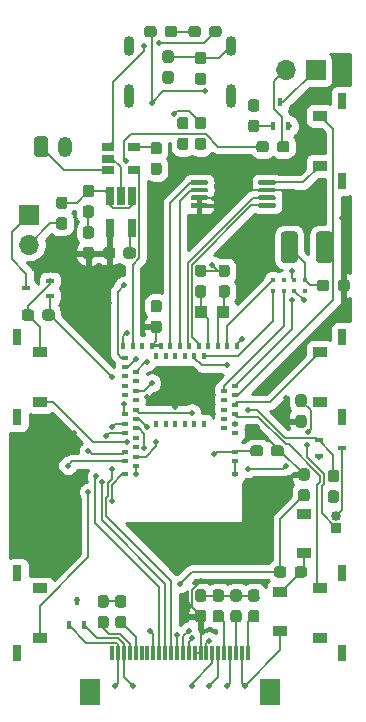
<source format=gbr>
%TF.GenerationSoftware,KiCad,Pcbnew,(5.99.0-2309-gaf729d578)*%
%TF.CreationDate,2020-07-18T18:02:01-04:00*%
%TF.ProjectId,mk2,6d6b322e-6b69-4636-9164-5f7063625858,rev?*%
%TF.SameCoordinates,Original*%
%TF.FileFunction,Copper,L1,Top*%
%TF.FilePolarity,Positive*%
%FSLAX46Y46*%
G04 Gerber Fmt 4.6, Leading zero omitted, Abs format (unit mm)*
G04 Created by KiCad (PCBNEW (5.99.0-2309-gaf729d578)) date 2020-07-18 18:02:01*
%MOMM*%
%LPD*%
G01*
G04 APERTURE LIST*
%TA.AperFunction,ComponentPad*%
%ADD10O,1.200000X1.750000*%
%TD*%
%TA.AperFunction,ComponentPad*%
%ADD11O,0.850000X0.850000*%
%TD*%
%TA.AperFunction,ComponentPad*%
%ADD12R,0.850000X0.850000*%
%TD*%
%TA.AperFunction,SMDPad,CuDef*%
%ADD13R,0.700000X0.450000*%
%TD*%
%TA.AperFunction,ComponentPad*%
%ADD14O,0.900000X1.700000*%
%TD*%
%TA.AperFunction,ComponentPad*%
%ADD15O,0.900000X2.000000*%
%TD*%
%TA.AperFunction,SMDPad,CuDef*%
%ADD16R,0.800000X1.450000*%
%TD*%
%TA.AperFunction,SMDPad,CuDef*%
%ADD17R,1.270000X0.900000*%
%TD*%
%TA.AperFunction,SMDPad,CuDef*%
%ADD18R,0.450000X0.700000*%
%TD*%
%TA.AperFunction,ComponentPad*%
%ADD19O,1.700000X1.700000*%
%TD*%
%TA.AperFunction,ComponentPad*%
%ADD20R,1.700000X1.700000*%
%TD*%
%TA.AperFunction,SMDPad,CuDef*%
%ADD21R,1.050000X1.100000*%
%TD*%
%TA.AperFunction,SMDPad,CuDef*%
%ADD22R,1.060000X0.650000*%
%TD*%
%TA.AperFunction,SMDPad,CuDef*%
%ADD23R,0.650000X1.560000*%
%TD*%
%TA.AperFunction,SMDPad,CuDef*%
%ADD24R,0.300000X1.300000*%
%TD*%
%TA.AperFunction,SMDPad,CuDef*%
%ADD25R,1.800000X2.200000*%
%TD*%
%TA.AperFunction,SMDPad,CuDef*%
%ADD26R,0.400000X0.420000*%
%TD*%
%TA.AperFunction,SMDPad,CuDef*%
%ADD27R,0.600000X0.400000*%
%TD*%
%TA.AperFunction,SMDPad,CuDef*%
%ADD28R,0.400000X0.600000*%
%TD*%
%TA.AperFunction,SMDPad,CuDef*%
%ADD29R,1.200000X0.900000*%
%TD*%
%TA.AperFunction,ViaPad*%
%ADD30C,0.500000*%
%TD*%
%TA.AperFunction,Conductor*%
%ADD31C,0.180000*%
%TD*%
%TA.AperFunction,Conductor*%
%ADD32C,0.254000*%
%TD*%
G04 APERTURE END LIST*
D10*
%TO.P,BT1,2,-*%
%TO.N,GND*%
X15250000Y-20500000D03*
%TO.P,BT1,1,+*%
%TO.N,+BATT*%
%TA.AperFunction,ComponentPad*%
G36*
G01*
X12650000Y-21125000D02*
X12650000Y-19875000D01*
G75*
G02*
X12900000Y-19625000I250000J0D01*
G01*
X13600000Y-19625000D01*
G75*
G02*
X13850000Y-19875000I0J-250000D01*
G01*
X13850000Y-21125000D01*
G75*
G02*
X13600000Y-21375000I-250000J0D01*
G01*
X12900000Y-21375000D01*
G75*
G02*
X12650000Y-21125000I0J250000D01*
G01*
G37*
%TD.AperFunction*%
%TD*%
D11*
%TO.P,J3,2,Pin_2*%
%TO.N,Net-(J3-Pad2)*%
X38250000Y-51750000D03*
D12*
%TO.P,J3,1,Pin_1*%
%TO.N,Net-(J3-Pad1)*%
X38250000Y-52750000D03*
%TD*%
%TO.P,R16,2*%
%TO.N,Net-(J3-Pad1)*%
%TA.AperFunction,SMDPad,CuDef*%
G36*
G01*
X35487500Y-42525000D02*
X35012500Y-42525000D01*
G75*
G02*
X34775000Y-42287500I0J237500D01*
G01*
X34775000Y-41712500D01*
G75*
G02*
X35012500Y-41475000I237500J0D01*
G01*
X35487500Y-41475000D01*
G75*
G02*
X35725000Y-41712500I0J-237500D01*
G01*
X35725000Y-42287500D01*
G75*
G02*
X35487500Y-42525000I-237500J0D01*
G01*
G37*
%TD.AperFunction*%
%TO.P,R16,1*%
%TO.N,VCC*%
%TA.AperFunction,SMDPad,CuDef*%
G36*
G01*
X35487500Y-44275000D02*
X35012500Y-44275000D01*
G75*
G02*
X34775000Y-44037500I0J237500D01*
G01*
X34775000Y-43462500D01*
G75*
G02*
X35012500Y-43225000I237500J0D01*
G01*
X35487500Y-43225000D01*
G75*
G02*
X35725000Y-43462500I0J-237500D01*
G01*
X35725000Y-44037500D01*
G75*
G02*
X35487500Y-44275000I-237500J0D01*
G01*
G37*
%TD.AperFunction*%
%TD*%
%TO.P,R15,2*%
%TO.N,GND*%
%TA.AperFunction,SMDPad,CuDef*%
G36*
G01*
X37762500Y-49600000D02*
X38237500Y-49600000D01*
G75*
G02*
X38475000Y-49837500I0J-237500D01*
G01*
X38475000Y-50412500D01*
G75*
G02*
X38237500Y-50650000I-237500J0D01*
G01*
X37762500Y-50650000D01*
G75*
G02*
X37525000Y-50412500I0J237500D01*
G01*
X37525000Y-49837500D01*
G75*
G02*
X37762500Y-49600000I237500J0D01*
G01*
G37*
%TD.AperFunction*%
%TO.P,R15,1*%
%TO.N,BUZZER*%
%TA.AperFunction,SMDPad,CuDef*%
G36*
G01*
X37762500Y-47850000D02*
X38237500Y-47850000D01*
G75*
G02*
X38475000Y-48087500I0J-237500D01*
G01*
X38475000Y-48662500D01*
G75*
G02*
X38237500Y-48900000I-237500J0D01*
G01*
X37762500Y-48900000D01*
G75*
G02*
X37525000Y-48662500I0J237500D01*
G01*
X37525000Y-48087500D01*
G75*
G02*
X37762500Y-47850000I237500J0D01*
G01*
G37*
%TD.AperFunction*%
%TD*%
D13*
%TO.P,Q4,3,D*%
%TO.N,Net-(J3-Pad2)*%
X38750000Y-46000000D03*
%TO.P,Q4,2,S*%
%TO.N,GND*%
X36750000Y-46650000D03*
%TO.P,Q4,1,G*%
%TO.N,BUZZER*%
X36750000Y-45350000D03*
%TD*%
D14*
%TO.P,J2,S1,SHIELD*%
%TO.N,GND*%
X29320000Y-12010000D03*
X20680000Y-12010000D03*
D15*
X29320000Y-16180000D03*
X20680000Y-16180000D03*
%TD*%
D16*
%TO.P,SW5,4*%
%TO.N,N/C*%
X11250000Y-63375000D03*
%TO.P,SW5,3*%
X11250000Y-56625000D03*
D17*
%TO.P,SW5,2,2*%
%TO.N,BUTTON4*%
X13135000Y-62100000D03*
%TO.P,SW5,1,1*%
%TO.N,GND*%
X13135000Y-57900000D03*
%TD*%
D16*
%TO.P,SW4,4*%
%TO.N,N/C*%
X11250000Y-43375000D03*
%TO.P,SW4,3*%
X11250000Y-36625000D03*
D17*
%TO.P,SW4,2,2*%
%TO.N,BUTTON3*%
X13135000Y-42100000D03*
%TO.P,SW4,1,1*%
%TO.N,GND*%
X13135000Y-37900000D03*
%TD*%
D16*
%TO.P,SW3,4*%
%TO.N,N/C*%
X38750000Y-56625000D03*
%TO.P,SW3,3*%
X38750000Y-63375000D03*
D17*
%TO.P,SW3,2,2*%
%TO.N,BUTTON2*%
X36865000Y-57900000D03*
%TO.P,SW3,1,1*%
%TO.N,GND*%
X36865000Y-62100000D03*
%TD*%
D16*
%TO.P,SW2,4*%
%TO.N,N/C*%
X38750000Y-36625000D03*
%TO.P,SW2,3*%
X38750000Y-43375000D03*
D17*
%TO.P,SW2,2,2*%
%TO.N,BUTTON1*%
X36865000Y-37900000D03*
%TO.P,SW2,1,1*%
%TO.N,GND*%
X36865000Y-42100000D03*
%TD*%
D16*
%TO.P,SW1,4*%
%TO.N,N/C*%
X38750000Y-16625000D03*
%TO.P,SW1,3*%
X38750000Y-23375000D03*
D17*
%TO.P,SW1,2,2*%
%TO.N,BUTTON5*%
X36865000Y-17900000D03*
%TO.P,SW1,1,1*%
%TO.N,GND*%
X36865000Y-22100000D03*
%TD*%
%TO.P,R14,2*%
%TO.N,Net-(D8-Pad2)*%
%TA.AperFunction,SMDPad,CuDef*%
G36*
G01*
X33225000Y-20737500D02*
X33225000Y-20262500D01*
G75*
G02*
X33462500Y-20025000I237500J0D01*
G01*
X34037500Y-20025000D01*
G75*
G02*
X34275000Y-20262500I0J-237500D01*
G01*
X34275000Y-20737500D01*
G75*
G02*
X34037500Y-20975000I-237500J0D01*
G01*
X33462500Y-20975000D01*
G75*
G02*
X33225000Y-20737500I0J237500D01*
G01*
G37*
%TD.AperFunction*%
%TO.P,R14,1*%
%TO.N,VIN*%
%TA.AperFunction,SMDPad,CuDef*%
G36*
G01*
X31475000Y-20737500D02*
X31475000Y-20262500D01*
G75*
G02*
X31712500Y-20025000I237500J0D01*
G01*
X32287500Y-20025000D01*
G75*
G02*
X32525000Y-20262500I0J-237500D01*
G01*
X32525000Y-20737500D01*
G75*
G02*
X32287500Y-20975000I-237500J0D01*
G01*
X31712500Y-20975000D01*
G75*
G02*
X31475000Y-20737500I0J237500D01*
G01*
G37*
%TD.AperFunction*%
%TD*%
%TO.P,R13,2*%
%TO.N,GND*%
%TA.AperFunction,SMDPad,CuDef*%
G36*
G01*
X31487500Y-17525000D02*
X31012500Y-17525000D01*
G75*
G02*
X30775000Y-17287500I0J237500D01*
G01*
X30775000Y-16712500D01*
G75*
G02*
X31012500Y-16475000I237500J0D01*
G01*
X31487500Y-16475000D01*
G75*
G02*
X31725000Y-16712500I0J-237500D01*
G01*
X31725000Y-17287500D01*
G75*
G02*
X31487500Y-17525000I-237500J0D01*
G01*
G37*
%TD.AperFunction*%
%TO.P,R13,1*%
%TO.N,BACKLIGHT*%
%TA.AperFunction,SMDPad,CuDef*%
G36*
G01*
X31487500Y-19275000D02*
X31012500Y-19275000D01*
G75*
G02*
X30775000Y-19037500I0J237500D01*
G01*
X30775000Y-18462500D01*
G75*
G02*
X31012500Y-18225000I237500J0D01*
G01*
X31487500Y-18225000D01*
G75*
G02*
X31725000Y-18462500I0J-237500D01*
G01*
X31725000Y-19037500D01*
G75*
G02*
X31487500Y-19275000I-237500J0D01*
G01*
G37*
%TD.AperFunction*%
%TD*%
%TO.P,R2,2*%
%TO.N,Net-(D7-Pad2)*%
%TA.AperFunction,SMDPad,CuDef*%
G36*
G01*
X14762500Y-26475000D02*
X15237500Y-26475000D01*
G75*
G02*
X15475000Y-26712500I0J-237500D01*
G01*
X15475000Y-27287500D01*
G75*
G02*
X15237500Y-27525000I-237500J0D01*
G01*
X14762500Y-27525000D01*
G75*
G02*
X14525000Y-27287500I0J237500D01*
G01*
X14525000Y-26712500D01*
G75*
G02*
X14762500Y-26475000I237500J0D01*
G01*
G37*
%TD.AperFunction*%
%TO.P,R2,1*%
%TO.N,VIN*%
%TA.AperFunction,SMDPad,CuDef*%
G36*
G01*
X14762500Y-24725000D02*
X15237500Y-24725000D01*
G75*
G02*
X15475000Y-24962500I0J-237500D01*
G01*
X15475000Y-25537500D01*
G75*
G02*
X15237500Y-25775000I-237500J0D01*
G01*
X14762500Y-25775000D01*
G75*
G02*
X14525000Y-25537500I0J237500D01*
G01*
X14525000Y-24962500D01*
G75*
G02*
X14762500Y-24725000I237500J0D01*
G01*
G37*
%TD.AperFunction*%
%TD*%
%TO.P,R1,2*%
%TO.N,GND*%
%TA.AperFunction,SMDPad,CuDef*%
G36*
G01*
X12650000Y-34512500D02*
X12650000Y-34987500D01*
G75*
G02*
X12412500Y-35225000I-237500J0D01*
G01*
X11837500Y-35225000D01*
G75*
G02*
X11600000Y-34987500I0J237500D01*
G01*
X11600000Y-34512500D01*
G75*
G02*
X11837500Y-34275000I237500J0D01*
G01*
X12412500Y-34275000D01*
G75*
G02*
X12650000Y-34512500I0J-237500D01*
G01*
G37*
%TD.AperFunction*%
%TO.P,R1,1*%
%TO.N,FLASHLIGHT*%
%TA.AperFunction,SMDPad,CuDef*%
G36*
G01*
X14400000Y-34512500D02*
X14400000Y-34987500D01*
G75*
G02*
X14162500Y-35225000I-237500J0D01*
G01*
X13587500Y-35225000D01*
G75*
G02*
X13350000Y-34987500I0J237500D01*
G01*
X13350000Y-34512500D01*
G75*
G02*
X13587500Y-34275000I237500J0D01*
G01*
X14162500Y-34275000D01*
G75*
G02*
X14400000Y-34512500I0J-237500D01*
G01*
G37*
%TD.AperFunction*%
%TD*%
D18*
%TO.P,Q3,3,D*%
%TO.N,Net-(D8-Pad1)*%
X33500000Y-16750000D03*
%TO.P,Q3,2,S*%
%TO.N,GND*%
X34150000Y-18750000D03*
%TO.P,Q3,1,G*%
%TO.N,BACKLIGHT*%
X32850000Y-18750000D03*
%TD*%
D13*
%TO.P,Q2,3,D*%
%TO.N,Net-(D7-Pad1)*%
X12000000Y-32500000D03*
%TO.P,Q2,2,S*%
%TO.N,GND*%
X14000000Y-31850000D03*
%TO.P,Q2,1,G*%
%TO.N,FLASHLIGHT*%
X14000000Y-33150000D03*
%TD*%
D19*
%TO.P,D8,2,A*%
%TO.N,Net-(D8-Pad2)*%
X33960000Y-14000000D03*
D20*
%TO.P,D8,1,K*%
%TO.N,Net-(D8-Pad1)*%
X36500000Y-14000000D03*
%TD*%
D19*
%TO.P,D7,2,A*%
%TO.N,Net-(D7-Pad2)*%
X12250000Y-28790000D03*
D20*
%TO.P,D7,1,K*%
%TO.N,Net-(D7-Pad1)*%
X12250000Y-26250000D03*
%TD*%
%TO.P,C5,2*%
%TO.N,GND*%
%TA.AperFunction,SMDPad,CuDef*%
G36*
G01*
X36525000Y-30074999D02*
X36525000Y-27925001D01*
G75*
G02*
X36775001Y-27675000I250001J0D01*
G01*
X37699999Y-27675000D01*
G75*
G02*
X37950000Y-27925001I0J-250001D01*
G01*
X37950000Y-30074999D01*
G75*
G02*
X37699999Y-30325000I-250001J0D01*
G01*
X36775001Y-30325000D01*
G75*
G02*
X36525000Y-30074999I0J250001D01*
G01*
G37*
%TD.AperFunction*%
%TO.P,C5,1*%
%TO.N,Net-(C5-Pad1)*%
%TA.AperFunction,SMDPad,CuDef*%
G36*
G01*
X33550000Y-30074999D02*
X33550000Y-27925001D01*
G75*
G02*
X33800001Y-27675000I250001J0D01*
G01*
X34724999Y-27675000D01*
G75*
G02*
X34975000Y-27925001I0J-250001D01*
G01*
X34975000Y-30074999D01*
G75*
G02*
X34724999Y-30325000I-250001J0D01*
G01*
X33800001Y-30325000D01*
G75*
G02*
X33550000Y-30074999I0J250001D01*
G01*
G37*
%TD.AperFunction*%
%TD*%
D21*
%TO.P,Y1,2,2*%
%TO.N,/XL1*%
X28675000Y-34500000D03*
%TO.P,Y1,1,1*%
%TO.N,/XL2*%
X26825000Y-34500000D03*
%TD*%
D22*
%TO.P,U3,5,PROG*%
%TO.N,Net-(R9-Pad1)*%
X21100000Y-20550000D03*
%TO.P,U3,4,VDD*%
%TO.N,VUSB*%
X21100000Y-22450000D03*
%TO.P,U3,3,VBAT*%
%TO.N,+BATT*%
X18900000Y-22450000D03*
%TO.P,U3,2,VSS*%
%TO.N,GND*%
X18900000Y-21500000D03*
%TO.P,U3,1,STAT*%
%TO.N,Net-(R10-Pad1)*%
X18900000Y-20550000D03*
%TD*%
D23*
%TO.P,U2,5,SW*%
%TO.N,Net-(L1-Pad1)*%
X20950000Y-27350000D03*
%TO.P,U2,4,FB*%
%TO.N,VCC*%
X19050000Y-27350000D03*
%TO.P,U2,3,EN*%
%TO.N,VIN*%
X19050000Y-24650000D03*
%TO.P,U2,2,GND*%
%TO.N,GND*%
X20000000Y-24650000D03*
%TO.P,U2,1,VIN*%
%TO.N,VIN*%
X20950000Y-24650000D03*
%TD*%
%TO.P,U1,8,VCC*%
%TO.N,VCC*%
%TA.AperFunction,SMDPad,CuDef*%
G36*
G01*
X27375000Y-25375000D02*
X27375000Y-25575000D01*
G75*
G02*
X27275000Y-25675000I-100000J0D01*
G01*
X26000000Y-25675000D01*
G75*
G02*
X25900000Y-25575000I0J100000D01*
G01*
X25900000Y-25375000D01*
G75*
G02*
X26000000Y-25275000I100000J0D01*
G01*
X27275000Y-25275000D01*
G75*
G02*
X27375000Y-25375000I0J-100000D01*
G01*
G37*
%TD.AperFunction*%
%TO.P,U1,7,~HOLD~/IO3*%
%TA.AperFunction,SMDPad,CuDef*%
G36*
G01*
X27375000Y-24725000D02*
X27375000Y-24925000D01*
G75*
G02*
X27275000Y-25025000I-100000J0D01*
G01*
X26000000Y-25025000D01*
G75*
G02*
X25900000Y-24925000I0J100000D01*
G01*
X25900000Y-24725000D01*
G75*
G02*
X26000000Y-24625000I100000J0D01*
G01*
X27275000Y-24625000D01*
G75*
G02*
X27375000Y-24725000I0J-100000D01*
G01*
G37*
%TD.AperFunction*%
%TO.P,U1,6,SCK*%
%TO.N,FLASH_CLK*%
%TA.AperFunction,SMDPad,CuDef*%
G36*
G01*
X27375000Y-24075000D02*
X27375000Y-24275000D01*
G75*
G02*
X27275000Y-24375000I-100000J0D01*
G01*
X26000000Y-24375000D01*
G75*
G02*
X25900000Y-24275000I0J100000D01*
G01*
X25900000Y-24075000D01*
G75*
G02*
X26000000Y-23975000I100000J0D01*
G01*
X27275000Y-23975000D01*
G75*
G02*
X27375000Y-24075000I0J-100000D01*
G01*
G37*
%TD.AperFunction*%
%TO.P,U1,5,SI/IO0*%
%TO.N,FLASH_DI*%
%TA.AperFunction,SMDPad,CuDef*%
G36*
G01*
X27375000Y-23425000D02*
X27375000Y-23625000D01*
G75*
G02*
X27275000Y-23725000I-100000J0D01*
G01*
X26000000Y-23725000D01*
G75*
G02*
X25900000Y-23625000I0J100000D01*
G01*
X25900000Y-23425000D01*
G75*
G02*
X26000000Y-23325000I100000J0D01*
G01*
X27275000Y-23325000D01*
G75*
G02*
X27375000Y-23425000I0J-100000D01*
G01*
G37*
%TD.AperFunction*%
%TO.P,U1,4,GND*%
%TO.N,GND*%
%TA.AperFunction,SMDPad,CuDef*%
G36*
G01*
X33100000Y-23425000D02*
X33100000Y-23625000D01*
G75*
G02*
X33000000Y-23725000I-100000J0D01*
G01*
X31725000Y-23725000D01*
G75*
G02*
X31625000Y-23625000I0J100000D01*
G01*
X31625000Y-23425000D01*
G75*
G02*
X31725000Y-23325000I100000J0D01*
G01*
X33000000Y-23325000D01*
G75*
G02*
X33100000Y-23425000I0J-100000D01*
G01*
G37*
%TD.AperFunction*%
%TO.P,U1,3,~WP~/IO2*%
%TO.N,VCC*%
%TA.AperFunction,SMDPad,CuDef*%
G36*
G01*
X33100000Y-24075000D02*
X33100000Y-24275000D01*
G75*
G02*
X33000000Y-24375000I-100000J0D01*
G01*
X31725000Y-24375000D01*
G75*
G02*
X31625000Y-24275000I0J100000D01*
G01*
X31625000Y-24075000D01*
G75*
G02*
X31725000Y-23975000I100000J0D01*
G01*
X33000000Y-23975000D01*
G75*
G02*
X33100000Y-24075000I0J-100000D01*
G01*
G37*
%TD.AperFunction*%
%TO.P,U1,2,SO/IO1*%
%TO.N,FLASH_DO*%
%TA.AperFunction,SMDPad,CuDef*%
G36*
G01*
X33100000Y-24725000D02*
X33100000Y-24925000D01*
G75*
G02*
X33000000Y-25025000I-100000J0D01*
G01*
X31725000Y-25025000D01*
G75*
G02*
X31625000Y-24925000I0J100000D01*
G01*
X31625000Y-24725000D01*
G75*
G02*
X31725000Y-24625000I100000J0D01*
G01*
X33000000Y-24625000D01*
G75*
G02*
X33100000Y-24725000I0J-100000D01*
G01*
G37*
%TD.AperFunction*%
%TO.P,U1,1,~CS*%
%TO.N,FLASH_CS*%
%TA.AperFunction,SMDPad,CuDef*%
G36*
G01*
X33100000Y-25375000D02*
X33100000Y-25575000D01*
G75*
G02*
X33000000Y-25675000I-100000J0D01*
G01*
X31725000Y-25675000D01*
G75*
G02*
X31625000Y-25575000I0J100000D01*
G01*
X31625000Y-25375000D01*
G75*
G02*
X31725000Y-25275000I100000J0D01*
G01*
X33000000Y-25275000D01*
G75*
G02*
X33100000Y-25375000I0J-100000D01*
G01*
G37*
%TD.AperFunction*%
%TD*%
%TO.P,R12,2*%
%TO.N,GND*%
%TA.AperFunction,SMDPad,CuDef*%
G36*
G01*
X26987500Y-13525000D02*
X26512500Y-13525000D01*
G75*
G02*
X26275000Y-13287500I0J237500D01*
G01*
X26275000Y-12712500D01*
G75*
G02*
X26512500Y-12475000I237500J0D01*
G01*
X26987500Y-12475000D01*
G75*
G02*
X27225000Y-12712500I0J-237500D01*
G01*
X27225000Y-13287500D01*
G75*
G02*
X26987500Y-13525000I-237500J0D01*
G01*
G37*
%TD.AperFunction*%
%TO.P,R12,1*%
%TO.N,Net-(J2-PadB5)*%
%TA.AperFunction,SMDPad,CuDef*%
G36*
G01*
X26987500Y-15275000D02*
X26512500Y-15275000D01*
G75*
G02*
X26275000Y-15037500I0J237500D01*
G01*
X26275000Y-14462500D01*
G75*
G02*
X26512500Y-14225000I237500J0D01*
G01*
X26987500Y-14225000D01*
G75*
G02*
X27225000Y-14462500I0J-237500D01*
G01*
X27225000Y-15037500D01*
G75*
G02*
X26987500Y-15275000I-237500J0D01*
G01*
G37*
%TD.AperFunction*%
%TD*%
%TO.P,R11,2*%
%TO.N,GND*%
%TA.AperFunction,SMDPad,CuDef*%
G36*
G01*
X24237500Y-13400000D02*
X23762500Y-13400000D01*
G75*
G02*
X23525000Y-13162500I0J237500D01*
G01*
X23525000Y-12587500D01*
G75*
G02*
X23762500Y-12350000I237500J0D01*
G01*
X24237500Y-12350000D01*
G75*
G02*
X24475000Y-12587500I0J-237500D01*
G01*
X24475000Y-13162500D01*
G75*
G02*
X24237500Y-13400000I-237500J0D01*
G01*
G37*
%TD.AperFunction*%
%TO.P,R11,1*%
%TO.N,Net-(J2-PadA5)*%
%TA.AperFunction,SMDPad,CuDef*%
G36*
G01*
X24237500Y-15150000D02*
X23762500Y-15150000D01*
G75*
G02*
X23525000Y-14912500I0J237500D01*
G01*
X23525000Y-14337500D01*
G75*
G02*
X23762500Y-14100000I237500J0D01*
G01*
X24237500Y-14100000D01*
G75*
G02*
X24475000Y-14337500I0J-237500D01*
G01*
X24475000Y-14912500D01*
G75*
G02*
X24237500Y-15150000I-237500J0D01*
G01*
G37*
%TD.AperFunction*%
%TD*%
%TO.P,R10,2*%
%TO.N,Net-(D6-Pad1)*%
%TA.AperFunction,SMDPad,CuDef*%
G36*
G01*
X26775000Y-10512500D02*
X26775000Y-10987500D01*
G75*
G02*
X26537500Y-11225000I-237500J0D01*
G01*
X25962500Y-11225000D01*
G75*
G02*
X25725000Y-10987500I0J237500D01*
G01*
X25725000Y-10512500D01*
G75*
G02*
X25962500Y-10275000I237500J0D01*
G01*
X26537500Y-10275000D01*
G75*
G02*
X26775000Y-10512500I0J-237500D01*
G01*
G37*
%TD.AperFunction*%
%TO.P,R10,1*%
%TO.N,Net-(R10-Pad1)*%
%TA.AperFunction,SMDPad,CuDef*%
G36*
G01*
X28525000Y-10512500D02*
X28525000Y-10987500D01*
G75*
G02*
X28287500Y-11225000I-237500J0D01*
G01*
X27712500Y-11225000D01*
G75*
G02*
X27475000Y-10987500I0J237500D01*
G01*
X27475000Y-10512500D01*
G75*
G02*
X27712500Y-10275000I237500J0D01*
G01*
X28287500Y-10275000D01*
G75*
G02*
X28525000Y-10512500I0J-237500D01*
G01*
G37*
%TD.AperFunction*%
%TD*%
%TO.P,R9,2*%
%TO.N,GND*%
%TA.AperFunction,SMDPad,CuDef*%
G36*
G01*
X22762500Y-21850000D02*
X23237500Y-21850000D01*
G75*
G02*
X23475000Y-22087500I0J-237500D01*
G01*
X23475000Y-22662500D01*
G75*
G02*
X23237500Y-22900000I-237500J0D01*
G01*
X22762500Y-22900000D01*
G75*
G02*
X22525000Y-22662500I0J237500D01*
G01*
X22525000Y-22087500D01*
G75*
G02*
X22762500Y-21850000I237500J0D01*
G01*
G37*
%TD.AperFunction*%
%TO.P,R9,1*%
%TO.N,Net-(R9-Pad1)*%
%TA.AperFunction,SMDPad,CuDef*%
G36*
G01*
X22762500Y-20100000D02*
X23237500Y-20100000D01*
G75*
G02*
X23475000Y-20337500I0J-237500D01*
G01*
X23475000Y-20912500D01*
G75*
G02*
X23237500Y-21150000I-237500J0D01*
G01*
X22762500Y-21150000D01*
G75*
G02*
X22525000Y-20912500I0J237500D01*
G01*
X22525000Y-20337500D01*
G75*
G02*
X22762500Y-20100000I237500J0D01*
G01*
G37*
%TD.AperFunction*%
%TD*%
%TO.P,R5,2*%
%TO.N,BOOTLOAD*%
%TA.AperFunction,SMDPad,CuDef*%
G36*
G01*
X32025000Y-46012500D02*
X32025000Y-46487500D01*
G75*
G02*
X31787500Y-46725000I-237500J0D01*
G01*
X31212500Y-46725000D01*
G75*
G02*
X30975000Y-46487500I0J237500D01*
G01*
X30975000Y-46012500D01*
G75*
G02*
X31212500Y-45775000I237500J0D01*
G01*
X31787500Y-45775000D01*
G75*
G02*
X32025000Y-46012500I0J-237500D01*
G01*
G37*
%TD.AperFunction*%
%TO.P,R5,1*%
%TO.N,VCC*%
%TA.AperFunction,SMDPad,CuDef*%
G36*
G01*
X33775000Y-46012500D02*
X33775000Y-46487500D01*
G75*
G02*
X33537500Y-46725000I-237500J0D01*
G01*
X32962500Y-46725000D01*
G75*
G02*
X32725000Y-46487500I0J237500D01*
G01*
X32725000Y-46012500D01*
G75*
G02*
X32962500Y-45775000I237500J0D01*
G01*
X33537500Y-45775000D01*
G75*
G02*
X33775000Y-46012500I0J-237500D01*
G01*
G37*
%TD.AperFunction*%
%TD*%
%TO.P,R4,2*%
%TO.N,USB_DP*%
%TA.AperFunction,SMDPad,CuDef*%
G36*
G01*
X26987500Y-19025000D02*
X26512500Y-19025000D01*
G75*
G02*
X26275000Y-18787500I0J237500D01*
G01*
X26275000Y-18212500D01*
G75*
G02*
X26512500Y-17975000I237500J0D01*
G01*
X26987500Y-17975000D01*
G75*
G02*
X27225000Y-18212500I0J-237500D01*
G01*
X27225000Y-18787500D01*
G75*
G02*
X26987500Y-19025000I-237500J0D01*
G01*
G37*
%TD.AperFunction*%
%TO.P,R4,1*%
%TO.N,Net-(IC1-Pad35)*%
%TA.AperFunction,SMDPad,CuDef*%
G36*
G01*
X26987500Y-20775000D02*
X26512500Y-20775000D01*
G75*
G02*
X26275000Y-20537500I0J237500D01*
G01*
X26275000Y-19962500D01*
G75*
G02*
X26512500Y-19725000I237500J0D01*
G01*
X26987500Y-19725000D01*
G75*
G02*
X27225000Y-19962500I0J-237500D01*
G01*
X27225000Y-20537500D01*
G75*
G02*
X26987500Y-20775000I-237500J0D01*
G01*
G37*
%TD.AperFunction*%
%TD*%
%TO.P,R3,2*%
%TO.N,USB_DN*%
%TA.AperFunction,SMDPad,CuDef*%
G36*
G01*
X25487500Y-19025000D02*
X25012500Y-19025000D01*
G75*
G02*
X24775000Y-18787500I0J237500D01*
G01*
X24775000Y-18212500D01*
G75*
G02*
X25012500Y-17975000I237500J0D01*
G01*
X25487500Y-17975000D01*
G75*
G02*
X25725000Y-18212500I0J-237500D01*
G01*
X25725000Y-18787500D01*
G75*
G02*
X25487500Y-19025000I-237500J0D01*
G01*
G37*
%TD.AperFunction*%
%TO.P,R3,1*%
%TO.N,Net-(IC1-Pad34)*%
%TA.AperFunction,SMDPad,CuDef*%
G36*
G01*
X25487500Y-20775000D02*
X25012500Y-20775000D01*
G75*
G02*
X24775000Y-20537500I0J237500D01*
G01*
X24775000Y-19962500D01*
G75*
G02*
X25012500Y-19725000I237500J0D01*
G01*
X25487500Y-19725000D01*
G75*
G02*
X25725000Y-19962500I0J-237500D01*
G01*
X25725000Y-20537500D01*
G75*
G02*
X25487500Y-20775000I-237500J0D01*
G01*
G37*
%TD.AperFunction*%
%TD*%
D18*
%TO.P,Q1,3,D*%
%TO.N,Net-(C8-Pad1)*%
X16250000Y-59000000D03*
%TO.P,Q1,2,S*%
%TO.N,/EPRESE*%
X16900000Y-61000000D03*
%TO.P,Q1,1,G*%
%TO.N,/EPGDR*%
X15600000Y-61000000D03*
%TD*%
%TO.P,L2,2,2*%
%TO.N,Net-(C8-Pad1)*%
%TA.AperFunction,SMDPad,CuDef*%
G36*
G01*
X35262500Y-49475000D02*
X35737500Y-49475000D01*
G75*
G02*
X35975000Y-49712500I0J-237500D01*
G01*
X35975000Y-50287500D01*
G75*
G02*
X35737500Y-50525000I-237500J0D01*
G01*
X35262500Y-50525000D01*
G75*
G02*
X35025000Y-50287500I0J237500D01*
G01*
X35025000Y-49712500D01*
G75*
G02*
X35262500Y-49475000I237500J0D01*
G01*
G37*
%TD.AperFunction*%
%TO.P,L2,1,1*%
%TO.N,VCC*%
%TA.AperFunction,SMDPad,CuDef*%
G36*
G01*
X35262500Y-47725000D02*
X35737500Y-47725000D01*
G75*
G02*
X35975000Y-47962500I0J-237500D01*
G01*
X35975000Y-48537500D01*
G75*
G02*
X35737500Y-48775000I-237500J0D01*
G01*
X35262500Y-48775000D01*
G75*
G02*
X35025000Y-48537500I0J237500D01*
G01*
X35025000Y-47962500D01*
G75*
G02*
X35262500Y-47725000I237500J0D01*
G01*
G37*
%TD.AperFunction*%
%TD*%
%TO.P,L1,2,2*%
%TO.N,VCC*%
%TA.AperFunction,SMDPad,CuDef*%
G36*
G01*
X19525000Y-29262500D02*
X19525000Y-29737500D01*
G75*
G02*
X19287500Y-29975000I-237500J0D01*
G01*
X18712500Y-29975000D01*
G75*
G02*
X18475000Y-29737500I0J237500D01*
G01*
X18475000Y-29262500D01*
G75*
G02*
X18712500Y-29025000I237500J0D01*
G01*
X19287500Y-29025000D01*
G75*
G02*
X19525000Y-29262500I0J-237500D01*
G01*
G37*
%TD.AperFunction*%
%TO.P,L1,1,1*%
%TO.N,Net-(L1-Pad1)*%
%TA.AperFunction,SMDPad,CuDef*%
G36*
G01*
X21275000Y-29262500D02*
X21275000Y-29737500D01*
G75*
G02*
X21037500Y-29975000I-237500J0D01*
G01*
X20462500Y-29975000D01*
G75*
G02*
X20225000Y-29737500I0J237500D01*
G01*
X20225000Y-29262500D01*
G75*
G02*
X20462500Y-29025000I237500J0D01*
G01*
X21037500Y-29025000D01*
G75*
G02*
X21275000Y-29262500I0J-237500D01*
G01*
G37*
%TD.AperFunction*%
%TD*%
D24*
%TO.P,J1,24,Pin_24*%
%TO.N,/EPVCOM*%
X30750000Y-63400000D03*
%TO.P,J1,23,Pin_23*%
%TO.N,/EPPREVGL*%
X30250000Y-63400000D03*
%TO.P,J1,22,Pin_22*%
%TO.N,/EPVSL*%
X29750000Y-63400000D03*
%TO.P,J1,21,Pin_21*%
%TO.N,/EPPREVGH*%
X29250000Y-63400000D03*
%TO.P,J1,20,Pin_20*%
%TO.N,/EPVSH*%
X28750000Y-63400000D03*
%TO.P,J1,19,Pin_19*%
%TO.N,/EPVPP*%
X28250000Y-63400000D03*
%TO.P,J1,18,Pin_18*%
%TO.N,/EPVDD*%
X27750000Y-63400000D03*
%TO.P,J1,17,Pin_17*%
%TO.N,GND*%
X27250000Y-63400000D03*
%TO.P,J1,16,Pin_16*%
%TO.N,VCC*%
X26750000Y-63400000D03*
%TO.P,J1,15,Pin_15*%
X26250000Y-63400000D03*
%TO.P,J1,14,Pin_14*%
%TO.N,EPSDIN*%
X25750000Y-63400000D03*
%TO.P,J1,13,Pin_13*%
%TO.N,EPSCLK*%
X25250000Y-63400000D03*
%TO.P,J1,12,Pin_12*%
%TO.N,EPCS*%
X24750000Y-63400000D03*
%TO.P,J1,11,Pin_11*%
%TO.N,EPDC*%
X24250000Y-63400000D03*
%TO.P,J1,10,Pin_10*%
%TO.N,EPRES*%
X23750000Y-63400000D03*
%TO.P,J1,9,Pin_9*%
%TO.N,EPBUSY*%
X23250000Y-63400000D03*
%TO.P,J1,8,Pin_8*%
%TO.N,GND*%
X22750000Y-63400000D03*
%TO.P,J1,7,Pin_7*%
%TO.N,N/C*%
X22250000Y-63400000D03*
%TO.P,J1,6,Pin_6*%
X21750000Y-63400000D03*
%TO.P,J1,5,Pin_5*%
%TO.N,/EPVGH*%
X21250000Y-63400000D03*
%TO.P,J1,4,Pin_4*%
%TO.N,/EPVGL*%
X20750000Y-63400000D03*
%TO.P,J1,3,Pin_3*%
%TO.N,/EPRESE*%
X20250000Y-63400000D03*
%TO.P,J1,2,Pin_2*%
%TO.N,/EPGDR*%
X19750000Y-63400000D03*
%TO.P,J1,1,Pin_1*%
%TO.N,N/C*%
X19250000Y-63400000D03*
D25*
%TO.P,J1,MP*%
X17350000Y-66650000D03*
X32650000Y-66650000D03*
%TD*%
D26*
%TO.P,IC2,4*%
%TO.N,N/C*%
X35600000Y-32700000D03*
%TO.P,IC2,3,VSS*%
%TO.N,GND*%
X34700000Y-32700000D03*
%TO.P,IC2,2,SQW*%
%TO.N,SQW*%
X33800000Y-32700000D03*
%TO.P,IC2,1,SDA*%
%TO.N,SDA*%
X32900000Y-32700000D03*
%TO.P,IC2,5,VCC*%
%TO.N,Net-(C5-Pad1)*%
X35600000Y-31800000D03*
%TO.P,IC2,6,~IRQ/OUT~*%
%TO.N,RTCIRQ*%
X34700000Y-31800000D03*
%TO.P,IC2,7*%
%TO.N,N/C*%
X33800000Y-31800000D03*
%TO.P,IC2,8,SCL*%
%TO.N,SCL*%
X32900000Y-31800000D03*
%TD*%
D27*
%TO.P,IC1,1,GND_1*%
%TO.N,GND*%
X29650000Y-48250000D03*
%TO.P,IC1,2,GND_2*%
X29650000Y-47150000D03*
%TO.P,IC1,3,P1.10*%
%TO.N,BOOTLOAD*%
X29650000Y-46350000D03*
%TO.P,IC1,4,P1.11*%
%TO.N,N/C*%
X29650000Y-44750000D03*
%TO.P,IC1,5,P1.12*%
X28750000Y-44350000D03*
%TO.P,IC1,6,P1.13*%
%TO.N,BUZZER*%
X29650000Y-43950000D03*
%TO.P,IC1,7,P1.14*%
%TO.N,N/C*%
X28750000Y-43550000D03*
%TO.P,IC1,8,P1.15*%
%TO.N,BUTTON2*%
X29650000Y-43150000D03*
%TO.P,IC1,9,P0.03*%
%TO.N,N/C*%
X28750000Y-42750000D03*
%TO.P,IC1,10,P0.29*%
%TO.N,BUTTON1*%
X29650000Y-42350000D03*
%TO.P,IC1,11,P0.02*%
%TO.N,N/C*%
X28750000Y-41950000D03*
%TO.P,IC1,12,P0.31*%
%TO.N,BUTTON5*%
X29650000Y-41550000D03*
%TO.P,IC1,13,P0.28*%
%TO.N,SQW*%
X28750000Y-41150000D03*
%TO.P,IC1,14,P0.30*%
%TO.N,RTCIRQ*%
X29650000Y-40750000D03*
D28*
%TO.P,IC1,15,GND_3*%
%TO.N,GND*%
X29800000Y-37350000D03*
%TO.P,IC1,16,P0.27*%
%TO.N,SCL*%
X29000000Y-37350000D03*
%TO.P,IC1,17,P0.00/XL1*%
%TO.N,/XL1*%
X28200000Y-37350000D03*
%TO.P,IC1,18,P0.01/XL2*%
%TO.N,/XL2*%
X27400000Y-37350000D03*
%TO.P,IC1,19,P0.26*%
%TO.N,SDA*%
X27000000Y-38250000D03*
%TO.P,IC1,20,P0.04*%
%TO.N,FLASH_CS*%
X26600000Y-37350000D03*
%TO.P,IC1,21,P0.05*%
%TO.N,BACKLIGHT*%
X26200000Y-38250000D03*
%TO.P,IC1,22,P0.06*%
%TO.N,FLASH_DO*%
X25800000Y-37350000D03*
%TO.P,IC1,23,P0.07*%
%TO.N,N/C*%
X25400000Y-38250000D03*
%TO.P,IC1,24,P0.08*%
%TO.N,FLASH_CLK*%
X25000000Y-37350000D03*
%TO.P,IC1,25,P1.08*%
%TO.N,N/C*%
X24600000Y-38250000D03*
%TO.P,IC1,26,P1.09*%
%TO.N,FLASH_DI*%
X24200000Y-37350000D03*
%TO.P,IC1,27,P0.11*%
%TO.N,N/C*%
X23800000Y-38250000D03*
%TO.P,IC1,28,VDD*%
%TO.N,VCC*%
X23400000Y-37350000D03*
%TO.P,IC1,29,P0.12*%
%TO.N,N/C*%
X23000000Y-38250000D03*
%TO.P,IC1,30,VDDH*%
%TO.N,VCC*%
X22600000Y-37350000D03*
%TO.P,IC1,31,DCCH*%
%TO.N,N/C*%
X21800000Y-37350000D03*
%TO.P,IC1,32,VBUS*%
%TO.N,VUSB*%
X21000000Y-37350000D03*
%TO.P,IC1,33,GND_4*%
%TO.N,GND*%
X20200000Y-37350000D03*
D27*
%TO.P,IC1,34,D-*%
%TO.N,Net-(IC1-Pad34)*%
X20350000Y-38350000D03*
%TO.P,IC1,35,D+*%
%TO.N,Net-(IC1-Pad35)*%
X20350000Y-39150000D03*
%TO.P,IC1,36,P0.14*%
%TO.N,FLASHLIGHT*%
X21250000Y-39550000D03*
%TO.P,IC1,37,P0.13*%
%TO.N,N/C*%
X20350000Y-39950000D03*
%TO.P,IC1,38,P0.16*%
X21250000Y-40350000D03*
%TO.P,IC1,39,P0.15*%
X20350000Y-40750000D03*
%TO.P,IC1,40,P0.18/RESET*%
%TO.N,RST*%
X21250000Y-41150000D03*
%TO.P,IC1,41,P0.17*%
%TO.N,N/C*%
X20350000Y-41550000D03*
%TO.P,IC1,42,P0.19*%
X21250000Y-41950000D03*
%TO.P,IC1,43,P0.21*%
%TO.N,EPSDIN*%
X21250000Y-42750000D03*
%TO.P,IC1,44,P0.20*%
%TO.N,EPSCLK*%
X20350000Y-43150000D03*
%TO.P,IC1,45,P0.23*%
%TO.N,EPCS*%
X21250000Y-43550000D03*
%TO.P,IC1,46,P0.22*%
%TO.N,EPDC*%
X20350000Y-43950000D03*
%TO.P,IC1,47,P1.00*%
%TO.N,EPRES*%
X21250000Y-44350000D03*
%TO.P,IC1,48,P0.24*%
%TO.N,EPBUSY*%
X20350000Y-44750000D03*
%TO.P,IC1,49,P0.25*%
%TO.N,N/C*%
X21250000Y-45150000D03*
%TO.P,IC1,50,P1.02*%
X21250000Y-45950000D03*
%TO.P,IC1,51,SWDIO*%
%TO.N,SWDIO*%
X20350000Y-46350000D03*
%TO.P,IC1,52,P0.09/NFC1*%
%TO.N,BUTTON3*%
X21250000Y-46750000D03*
%TO.P,IC1,53,SWDCLK*%
%TO.N,SWDCLK*%
X20350000Y-47150000D03*
%TO.P,IC1,54,P0.10/NFC2*%
%TO.N,BUTTON4*%
X21250000Y-47550000D03*
%TO.P,IC1,55,GND_5*%
%TO.N,GND*%
X20350000Y-48250000D03*
D28*
%TO.P,IC1,56,P1.04*%
%TO.N,N/C*%
X27000000Y-43950000D03*
%TO.P,IC1,57,P1.06*%
X26200000Y-43950000D03*
%TO.P,IC1,58,P1.07*%
X25400000Y-43950000D03*
%TO.P,IC1,59,P1.05*%
X24600000Y-43950000D03*
%TO.P,IC1,60,P1.03*%
X23800000Y-43950000D03*
%TO.P,IC1,61,P1.01*%
X23000000Y-43950000D03*
%TD*%
%TO.P,D6,2,A*%
%TO.N,VUSB*%
%TA.AperFunction,SMDPad,CuDef*%
G36*
G01*
X23025000Y-10512500D02*
X23025000Y-10987500D01*
G75*
G02*
X22787500Y-11225000I-237500J0D01*
G01*
X22212500Y-11225000D01*
G75*
G02*
X21975000Y-10987500I0J237500D01*
G01*
X21975000Y-10512500D01*
G75*
G02*
X22212500Y-10275000I237500J0D01*
G01*
X22787500Y-10275000D01*
G75*
G02*
X23025000Y-10512500I0J-237500D01*
G01*
G37*
%TD.AperFunction*%
%TO.P,D6,1,K*%
%TO.N,Net-(D6-Pad1)*%
%TA.AperFunction,SMDPad,CuDef*%
G36*
G01*
X24775000Y-10512500D02*
X24775000Y-10987500D01*
G75*
G02*
X24537500Y-11225000I-237500J0D01*
G01*
X23962500Y-11225000D01*
G75*
G02*
X23725000Y-10987500I0J237500D01*
G01*
X23725000Y-10512500D01*
G75*
G02*
X23962500Y-10275000I237500J0D01*
G01*
X24537500Y-10275000D01*
G75*
G02*
X24775000Y-10512500I0J-237500D01*
G01*
G37*
%TD.AperFunction*%
%TD*%
D29*
%TO.P,D5,2,A*%
%TO.N,Net-(C8-Pad2)*%
X35500000Y-54900000D03*
%TO.P,D5,1,K*%
%TO.N,GND*%
X35500000Y-51600000D03*
%TD*%
%TO.P,D4,2,A*%
%TO.N,/EPPREVGL*%
X33500000Y-61500000D03*
%TO.P,D4,1,K*%
%TO.N,Net-(C8-Pad2)*%
X33500000Y-58200000D03*
%TD*%
%TO.P,D2,2,A*%
%TO.N,VCC*%
%TA.AperFunction,SMDPad,CuDef*%
G36*
G01*
X38350000Y-32487500D02*
X38350000Y-32012500D01*
G75*
G02*
X38587500Y-31775000I237500J0D01*
G01*
X39162500Y-31775000D01*
G75*
G02*
X39400000Y-32012500I0J-237500D01*
G01*
X39400000Y-32487500D01*
G75*
G02*
X39162500Y-32725000I-237500J0D01*
G01*
X38587500Y-32725000D01*
G75*
G02*
X38350000Y-32487500I0J237500D01*
G01*
G37*
%TD.AperFunction*%
%TO.P,D2,1,K*%
%TO.N,Net-(C5-Pad1)*%
%TA.AperFunction,SMDPad,CuDef*%
G36*
G01*
X36600000Y-32487500D02*
X36600000Y-32012500D01*
G75*
G02*
X36837500Y-31775000I237500J0D01*
G01*
X37412500Y-31775000D01*
G75*
G02*
X37650000Y-32012500I0J-237500D01*
G01*
X37650000Y-32487500D01*
G75*
G02*
X37412500Y-32725000I-237500J0D01*
G01*
X36837500Y-32725000D01*
G75*
G02*
X36600000Y-32487500I0J237500D01*
G01*
G37*
%TD.AperFunction*%
%TD*%
%TO.P,C19,2*%
%TO.N,/EPVCOM*%
%TA.AperFunction,SMDPad,CuDef*%
G36*
G01*
X31012500Y-59725000D02*
X31487500Y-59725000D01*
G75*
G02*
X31725000Y-59962500I0J-237500D01*
G01*
X31725000Y-60537500D01*
G75*
G02*
X31487500Y-60775000I-237500J0D01*
G01*
X31012500Y-60775000D01*
G75*
G02*
X30775000Y-60537500I0J237500D01*
G01*
X30775000Y-59962500D01*
G75*
G02*
X31012500Y-59725000I237500J0D01*
G01*
G37*
%TD.AperFunction*%
%TO.P,C19,1*%
%TO.N,GND*%
%TA.AperFunction,SMDPad,CuDef*%
G36*
G01*
X31012500Y-57975000D02*
X31487500Y-57975000D01*
G75*
G02*
X31725000Y-58212500I0J-237500D01*
G01*
X31725000Y-58787500D01*
G75*
G02*
X31487500Y-59025000I-237500J0D01*
G01*
X31012500Y-59025000D01*
G75*
G02*
X30775000Y-58787500I0J237500D01*
G01*
X30775000Y-58212500D01*
G75*
G02*
X31012500Y-57975000I237500J0D01*
G01*
G37*
%TD.AperFunction*%
%TD*%
%TO.P,C18,2*%
%TO.N,/EPVSL*%
%TA.AperFunction,SMDPad,CuDef*%
G36*
G01*
X29512500Y-59725000D02*
X29987500Y-59725000D01*
G75*
G02*
X30225000Y-59962500I0J-237500D01*
G01*
X30225000Y-60537500D01*
G75*
G02*
X29987500Y-60775000I-237500J0D01*
G01*
X29512500Y-60775000D01*
G75*
G02*
X29275000Y-60537500I0J237500D01*
G01*
X29275000Y-59962500D01*
G75*
G02*
X29512500Y-59725000I237500J0D01*
G01*
G37*
%TD.AperFunction*%
%TO.P,C18,1*%
%TO.N,GND*%
%TA.AperFunction,SMDPad,CuDef*%
G36*
G01*
X29512500Y-57975000D02*
X29987500Y-57975000D01*
G75*
G02*
X30225000Y-58212500I0J-237500D01*
G01*
X30225000Y-58787500D01*
G75*
G02*
X29987500Y-59025000I-237500J0D01*
G01*
X29512500Y-59025000D01*
G75*
G02*
X29275000Y-58787500I0J237500D01*
G01*
X29275000Y-58212500D01*
G75*
G02*
X29512500Y-57975000I237500J0D01*
G01*
G37*
%TD.AperFunction*%
%TD*%
%TO.P,C17,2*%
%TO.N,/EPVSH*%
%TA.AperFunction,SMDPad,CuDef*%
G36*
G01*
X28012500Y-59725000D02*
X28487500Y-59725000D01*
G75*
G02*
X28725000Y-59962500I0J-237500D01*
G01*
X28725000Y-60537500D01*
G75*
G02*
X28487500Y-60775000I-237500J0D01*
G01*
X28012500Y-60775000D01*
G75*
G02*
X27775000Y-60537500I0J237500D01*
G01*
X27775000Y-59962500D01*
G75*
G02*
X28012500Y-59725000I237500J0D01*
G01*
G37*
%TD.AperFunction*%
%TO.P,C17,1*%
%TO.N,GND*%
%TA.AperFunction,SMDPad,CuDef*%
G36*
G01*
X28012500Y-57975000D02*
X28487500Y-57975000D01*
G75*
G02*
X28725000Y-58212500I0J-237500D01*
G01*
X28725000Y-58787500D01*
G75*
G02*
X28487500Y-59025000I-237500J0D01*
G01*
X28012500Y-59025000D01*
G75*
G02*
X27775000Y-58787500I0J237500D01*
G01*
X27775000Y-58212500D01*
G75*
G02*
X28012500Y-57975000I237500J0D01*
G01*
G37*
%TD.AperFunction*%
%TD*%
%TO.P,C16,2*%
%TO.N,/EPVGH*%
%TA.AperFunction,SMDPad,CuDef*%
G36*
G01*
X19762500Y-60225000D02*
X20237500Y-60225000D01*
G75*
G02*
X20475000Y-60462500I0J-237500D01*
G01*
X20475000Y-61037500D01*
G75*
G02*
X20237500Y-61275000I-237500J0D01*
G01*
X19762500Y-61275000D01*
G75*
G02*
X19525000Y-61037500I0J237500D01*
G01*
X19525000Y-60462500D01*
G75*
G02*
X19762500Y-60225000I237500J0D01*
G01*
G37*
%TD.AperFunction*%
%TO.P,C16,1*%
%TO.N,GND*%
%TA.AperFunction,SMDPad,CuDef*%
G36*
G01*
X19762500Y-58475000D02*
X20237500Y-58475000D01*
G75*
G02*
X20475000Y-58712500I0J-237500D01*
G01*
X20475000Y-59287500D01*
G75*
G02*
X20237500Y-59525000I-237500J0D01*
G01*
X19762500Y-59525000D01*
G75*
G02*
X19525000Y-59287500I0J237500D01*
G01*
X19525000Y-58712500D01*
G75*
G02*
X19762500Y-58475000I237500J0D01*
G01*
G37*
%TD.AperFunction*%
%TD*%
%TO.P,C14,2*%
%TO.N,/EPVGL*%
%TA.AperFunction,SMDPad,CuDef*%
G36*
G01*
X18262500Y-60225000D02*
X18737500Y-60225000D01*
G75*
G02*
X18975000Y-60462500I0J-237500D01*
G01*
X18975000Y-61037500D01*
G75*
G02*
X18737500Y-61275000I-237500J0D01*
G01*
X18262500Y-61275000D01*
G75*
G02*
X18025000Y-61037500I0J237500D01*
G01*
X18025000Y-60462500D01*
G75*
G02*
X18262500Y-60225000I237500J0D01*
G01*
G37*
%TD.AperFunction*%
%TO.P,C14,1*%
%TO.N,GND*%
%TA.AperFunction,SMDPad,CuDef*%
G36*
G01*
X18262500Y-58475000D02*
X18737500Y-58475000D01*
G75*
G02*
X18975000Y-58712500I0J-237500D01*
G01*
X18975000Y-59287500D01*
G75*
G02*
X18737500Y-59525000I-237500J0D01*
G01*
X18262500Y-59525000D01*
G75*
G02*
X18025000Y-59287500I0J237500D01*
G01*
X18025000Y-58712500D01*
G75*
G02*
X18262500Y-58475000I237500J0D01*
G01*
G37*
%TD.AperFunction*%
%TD*%
%TO.P,C13,2*%
%TO.N,VCC*%
%TA.AperFunction,SMDPad,CuDef*%
G36*
G01*
X26512500Y-59725000D02*
X26987500Y-59725000D01*
G75*
G02*
X27225000Y-59962500I0J-237500D01*
G01*
X27225000Y-60537500D01*
G75*
G02*
X26987500Y-60775000I-237500J0D01*
G01*
X26512500Y-60775000D01*
G75*
G02*
X26275000Y-60537500I0J237500D01*
G01*
X26275000Y-59962500D01*
G75*
G02*
X26512500Y-59725000I237500J0D01*
G01*
G37*
%TD.AperFunction*%
%TO.P,C13,1*%
%TO.N,GND*%
%TA.AperFunction,SMDPad,CuDef*%
G36*
G01*
X26512500Y-57975000D02*
X26987500Y-57975000D01*
G75*
G02*
X27225000Y-58212500I0J-237500D01*
G01*
X27225000Y-58787500D01*
G75*
G02*
X26987500Y-59025000I-237500J0D01*
G01*
X26512500Y-59025000D01*
G75*
G02*
X26275000Y-58787500I0J237500D01*
G01*
X26275000Y-58212500D01*
G75*
G02*
X26512500Y-57975000I237500J0D01*
G01*
G37*
%TD.AperFunction*%
%TD*%
%TO.P,C8,2*%
%TO.N,Net-(C8-Pad2)*%
%TA.AperFunction,SMDPad,CuDef*%
G36*
G01*
X34725000Y-56737500D02*
X34725000Y-56262500D01*
G75*
G02*
X34962500Y-56025000I237500J0D01*
G01*
X35537500Y-56025000D01*
G75*
G02*
X35775000Y-56262500I0J-237500D01*
G01*
X35775000Y-56737500D01*
G75*
G02*
X35537500Y-56975000I-237500J0D01*
G01*
X34962500Y-56975000D01*
G75*
G02*
X34725000Y-56737500I0J237500D01*
G01*
G37*
%TD.AperFunction*%
%TO.P,C8,1*%
%TO.N,Net-(C8-Pad1)*%
%TA.AperFunction,SMDPad,CuDef*%
G36*
G01*
X32975000Y-56737500D02*
X32975000Y-56262500D01*
G75*
G02*
X33212500Y-56025000I237500J0D01*
G01*
X33787500Y-56025000D01*
G75*
G02*
X34025000Y-56262500I0J-237500D01*
G01*
X34025000Y-56737500D01*
G75*
G02*
X33787500Y-56975000I-237500J0D01*
G01*
X33212500Y-56975000D01*
G75*
G02*
X32975000Y-56737500I0J237500D01*
G01*
G37*
%TD.AperFunction*%
%TD*%
%TO.P,C7,2*%
%TO.N,GND*%
%TA.AperFunction,SMDPad,CuDef*%
G36*
G01*
X17487500Y-28275000D02*
X17012500Y-28275000D01*
G75*
G02*
X16775000Y-28037500I0J237500D01*
G01*
X16775000Y-27462500D01*
G75*
G02*
X17012500Y-27225000I237500J0D01*
G01*
X17487500Y-27225000D01*
G75*
G02*
X17725000Y-27462500I0J-237500D01*
G01*
X17725000Y-28037500D01*
G75*
G02*
X17487500Y-28275000I-237500J0D01*
G01*
G37*
%TD.AperFunction*%
%TO.P,C7,1*%
%TO.N,VCC*%
%TA.AperFunction,SMDPad,CuDef*%
G36*
G01*
X17487500Y-30025000D02*
X17012500Y-30025000D01*
G75*
G02*
X16775000Y-29787500I0J237500D01*
G01*
X16775000Y-29212500D01*
G75*
G02*
X17012500Y-28975000I237500J0D01*
G01*
X17487500Y-28975000D01*
G75*
G02*
X17725000Y-29212500I0J-237500D01*
G01*
X17725000Y-29787500D01*
G75*
G02*
X17487500Y-30025000I-237500J0D01*
G01*
G37*
%TD.AperFunction*%
%TD*%
%TO.P,C4,2*%
%TO.N,GND*%
%TA.AperFunction,SMDPad,CuDef*%
G36*
G01*
X17012500Y-25475000D02*
X17487500Y-25475000D01*
G75*
G02*
X17725000Y-25712500I0J-237500D01*
G01*
X17725000Y-26287500D01*
G75*
G02*
X17487500Y-26525000I-237500J0D01*
G01*
X17012500Y-26525000D01*
G75*
G02*
X16775000Y-26287500I0J237500D01*
G01*
X16775000Y-25712500D01*
G75*
G02*
X17012500Y-25475000I237500J0D01*
G01*
G37*
%TD.AperFunction*%
%TO.P,C4,1*%
%TO.N,VIN*%
%TA.AperFunction,SMDPad,CuDef*%
G36*
G01*
X17012500Y-23725000D02*
X17487500Y-23725000D01*
G75*
G02*
X17725000Y-23962500I0J-237500D01*
G01*
X17725000Y-24537500D01*
G75*
G02*
X17487500Y-24775000I-237500J0D01*
G01*
X17012500Y-24775000D01*
G75*
G02*
X16775000Y-24537500I0J237500D01*
G01*
X16775000Y-23962500D01*
G75*
G02*
X17012500Y-23725000I237500J0D01*
G01*
G37*
%TD.AperFunction*%
%TD*%
%TO.P,C3,2*%
%TO.N,GND*%
%TA.AperFunction,SMDPad,CuDef*%
G36*
G01*
X23237500Y-34525000D02*
X22762500Y-34525000D01*
G75*
G02*
X22525000Y-34287500I0J237500D01*
G01*
X22525000Y-33712500D01*
G75*
G02*
X22762500Y-33475000I237500J0D01*
G01*
X23237500Y-33475000D01*
G75*
G02*
X23475000Y-33712500I0J-237500D01*
G01*
X23475000Y-34287500D01*
G75*
G02*
X23237500Y-34525000I-237500J0D01*
G01*
G37*
%TD.AperFunction*%
%TO.P,C3,1*%
%TO.N,VCC*%
%TA.AperFunction,SMDPad,CuDef*%
G36*
G01*
X23237500Y-36275000D02*
X22762500Y-36275000D01*
G75*
G02*
X22525000Y-36037500I0J237500D01*
G01*
X22525000Y-35462500D01*
G75*
G02*
X22762500Y-35225000I237500J0D01*
G01*
X23237500Y-35225000D01*
G75*
G02*
X23475000Y-35462500I0J-237500D01*
G01*
X23475000Y-36037500D01*
G75*
G02*
X23237500Y-36275000I-237500J0D01*
G01*
G37*
%TD.AperFunction*%
%TD*%
%TO.P,C2,2*%
%TO.N,/XL2*%
%TA.AperFunction,SMDPad,CuDef*%
G36*
G01*
X26512500Y-32225000D02*
X26987500Y-32225000D01*
G75*
G02*
X27225000Y-32462500I0J-237500D01*
G01*
X27225000Y-33037500D01*
G75*
G02*
X26987500Y-33275000I-237500J0D01*
G01*
X26512500Y-33275000D01*
G75*
G02*
X26275000Y-33037500I0J237500D01*
G01*
X26275000Y-32462500D01*
G75*
G02*
X26512500Y-32225000I237500J0D01*
G01*
G37*
%TD.AperFunction*%
%TO.P,C2,1*%
%TO.N,GND*%
%TA.AperFunction,SMDPad,CuDef*%
G36*
G01*
X26512500Y-30475000D02*
X26987500Y-30475000D01*
G75*
G02*
X27225000Y-30712500I0J-237500D01*
G01*
X27225000Y-31287500D01*
G75*
G02*
X26987500Y-31525000I-237500J0D01*
G01*
X26512500Y-31525000D01*
G75*
G02*
X26275000Y-31287500I0J237500D01*
G01*
X26275000Y-30712500D01*
G75*
G02*
X26512500Y-30475000I237500J0D01*
G01*
G37*
%TD.AperFunction*%
%TD*%
%TO.P,C1,2*%
%TO.N,/XL1*%
%TA.AperFunction,SMDPad,CuDef*%
G36*
G01*
X28512500Y-32225000D02*
X28987500Y-32225000D01*
G75*
G02*
X29225000Y-32462500I0J-237500D01*
G01*
X29225000Y-33037500D01*
G75*
G02*
X28987500Y-33275000I-237500J0D01*
G01*
X28512500Y-33275000D01*
G75*
G02*
X28275000Y-33037500I0J237500D01*
G01*
X28275000Y-32462500D01*
G75*
G02*
X28512500Y-32225000I237500J0D01*
G01*
G37*
%TD.AperFunction*%
%TO.P,C1,1*%
%TO.N,GND*%
%TA.AperFunction,SMDPad,CuDef*%
G36*
G01*
X28512500Y-30475000D02*
X28987500Y-30475000D01*
G75*
G02*
X29225000Y-30712500I0J-237500D01*
G01*
X29225000Y-31287500D01*
G75*
G02*
X28987500Y-31525000I-237500J0D01*
G01*
X28512500Y-31525000D01*
G75*
G02*
X28275000Y-31287500I0J237500D01*
G01*
X28275000Y-30712500D01*
G75*
G02*
X28512500Y-30475000I237500J0D01*
G01*
G37*
%TD.AperFunction*%
%TD*%
D30*
%TO.N,GND*%
X37250000Y-29000000D03*
X38000000Y-50000000D03*
X36750000Y-46750000D03*
%TO.N,Net-(J3-Pad1)*%
X35821258Y-44615120D03*
X35750000Y-45750000D03*
%TO.N,GND*%
X34007297Y-47492703D03*
%TO.N,VCC*%
X34000000Y-41750000D03*
%TO.N,BUZZER*%
X29650000Y-43950000D03*
X30750000Y-42750000D03*
%TO.N,VCC*%
X26750000Y-55500000D03*
X13000000Y-45750000D03*
%TO.N,SWDIO*%
X17250000Y-46250000D03*
%TO.N,SWDCLK*%
X15500000Y-47500000D03*
%TO.N,VCC*%
X22226482Y-41703095D03*
X16000000Y-44750000D03*
X24625000Y-42500000D03*
%TO.N,GND*%
X29650000Y-48250000D03*
X30750000Y-47750000D03*
X19250000Y-50500000D03*
%TO.N,EPBUSY*%
X17912048Y-48405015D03*
%TO.N,EPRES*%
X18374063Y-48903973D03*
%TO.N,GND*%
X35500000Y-51750000D03*
X13250000Y-58000000D03*
X20000000Y-59000000D03*
X27440302Y-62350754D03*
X22500000Y-61500000D03*
X37000000Y-62250000D03*
X31500000Y-58750000D03*
%TO.N,VCC*%
X26750000Y-57250000D03*
X31500000Y-44250000D03*
%TO.N,GND*%
X37000000Y-42000000D03*
X23000000Y-34000000D03*
X20500000Y-36250000D03*
%TO.N,VCC*%
X22000000Y-32750000D03*
X19000000Y-33750000D03*
%TO.N,GND*%
X23000000Y-22250000D03*
X20000000Y-24750000D03*
X17250000Y-26000000D03*
X14000000Y-31850000D03*
X36750000Y-22000000D03*
X34250000Y-18750000D03*
X31250000Y-17000000D03*
X35500000Y-33500000D03*
X30250000Y-36750000D03*
%TO.N,EPSDIN*%
X26000000Y-43020010D03*
%TO.N,VCC*%
X32000000Y-40750000D03*
X38750000Y-26500000D03*
X36500000Y-26000000D03*
%TO.N,GND*%
X27750000Y-30500000D03*
%TO.N,BACKLIGHT*%
X29000000Y-39000000D03*
X31250000Y-18750000D03*
%TO.N,Net-(IC1-Pad35)*%
X26750000Y-20250000D03*
X21250000Y-38500000D03*
%TO.N,Net-(IC1-Pad34)*%
X25250000Y-20250000D03*
X20250000Y-32250000D03*
%TO.N,FLASHLIGHT*%
X19250000Y-40000000D03*
X22250000Y-38750000D03*
%TO.N,VCC*%
X35500000Y-48250000D03*
%TO.N,Net-(C8-Pad1)*%
X25000000Y-57500000D03*
%TO.N,EPBUSY*%
X18750000Y-44979990D03*
%TO.N,BUTTON3*%
X23000000Y-45500000D03*
%TO.N,EPRES*%
X22000000Y-46020010D03*
%TO.N,BUTTON3*%
X20500000Y-45500000D03*
%TO.N,BUTTON4*%
X17250000Y-49750000D03*
X21250000Y-48250000D03*
%TO.N,Net-(C8-Pad1)*%
X16250000Y-58850000D03*
%TO.N,EPDC*%
X19250000Y-44229990D03*
X19250000Y-47750000D03*
%TO.N,EPCS*%
X24770010Y-61841467D03*
%TO.N,EPSDIN*%
X26054111Y-62108222D03*
%TO.N,EPSCLK*%
X20250000Y-42250000D03*
X25750000Y-61500000D03*
%TO.N,EPCS*%
X22250000Y-44250000D03*
%TO.N,RTCIRQ*%
X34500000Y-33500000D03*
X34500000Y-31000000D03*
%TO.N,VIN*%
X20476720Y-21705239D03*
X20950000Y-24650000D03*
%TO.N,VUSB*%
X21252463Y-22466632D03*
%TO.N,Net-(R10-Pad1)*%
X23250000Y-11750000D03*
X22000000Y-12000000D03*
%TO.N,VUSB*%
X27162216Y-15756858D03*
%TO.N,USB_DP*%
X24501891Y-17757755D03*
X26750000Y-18500000D03*
%TO.N,USB_DN*%
X25250000Y-18500000D03*
%TO.N,VUSB*%
X22600000Y-16760000D03*
%TO.N,Net-(J2-PadB5)*%
X26750000Y-14750000D03*
%TO.N,Net-(J2-PadA5)*%
X24000000Y-14625000D03*
%TO.N,RST*%
X22625000Y-40500000D03*
%TO.N,BOOTLOAD*%
X27875000Y-46500000D03*
%TO.N,/EPGDR*%
X19500000Y-66125000D03*
%TO.N,/EPRESE*%
X21000000Y-66125000D03*
%TO.N,/EPPREVGL*%
X30500000Y-66125000D03*
%TO.N,/EPPREVGH*%
X29000000Y-66125000D03*
%TO.N,/EPVPP*%
X27500000Y-66125000D03*
%TO.N,/EPVDD*%
X26000000Y-66125000D03*
%TD*%
D31*
%TO.N,GND*%
X37237500Y-29000000D02*
X37250000Y-29000000D01*
%TO.N,Net-(C5-Pad1)*%
X35600000Y-31800000D02*
X35600000Y-30850000D01*
X35600000Y-30850000D02*
X35600000Y-30637500D01*
X34262500Y-29000000D02*
X35600000Y-30337500D01*
X35600000Y-30337500D02*
X35600000Y-30850000D01*
%TO.N,GND*%
X38000000Y-50125000D02*
X38000000Y-50000000D01*
X36750000Y-46650000D02*
X36750000Y-46750000D01*
%TO.N,Net-(J3-Pad1)*%
X38250000Y-52750000D02*
X37000000Y-51500000D01*
%TO.N,BUZZER*%
X33890967Y-45135121D02*
X31505846Y-42750000D01*
%TO.N,Net-(J3-Pad1)*%
X37225010Y-48219165D02*
X37014120Y-48008276D01*
%TO.N,BUTTON2*%
X36639990Y-57674990D02*
X36639990Y-49110010D01*
%TO.N,Net-(J3-Pad1)*%
X37000000Y-49259130D02*
X37225010Y-49034121D01*
X36071257Y-42821257D02*
X35250000Y-42000000D01*
%TO.N,BUZZER*%
X31505846Y-42750000D02*
X30750000Y-42750000D01*
%TO.N,Net-(J3-Pad1)*%
X35750000Y-46744156D02*
X35750000Y-45750000D01*
%TO.N,BUZZER*%
X36750000Y-45350000D02*
X36535121Y-45135121D01*
%TO.N,BUTTON2*%
X36639990Y-49110010D02*
X36865000Y-48885000D01*
%TO.N,Net-(J3-Pad1)*%
X37000000Y-51500000D02*
X37000000Y-49259130D01*
%TO.N,BUTTON2*%
X36865000Y-57900000D02*
X36639990Y-57674990D01*
%TO.N,Net-(J3-Pad1)*%
X37014120Y-48008276D02*
X35750000Y-46744156D01*
X35821258Y-44615120D02*
X36071257Y-44365121D01*
X37225010Y-49034121D02*
X37225010Y-48219165D01*
%TO.N,BUZZER*%
X36535121Y-45135121D02*
X33890967Y-45135121D01*
%TO.N,Net-(J3-Pad1)*%
X36071257Y-44365121D02*
X36071257Y-42821257D01*
%TO.N,Net-(J3-Pad2)*%
X38745010Y-46004990D02*
X38750000Y-46000000D01*
X38745010Y-51254990D02*
X38745010Y-46004990D01*
X38250000Y-51750000D02*
X38745010Y-51254990D01*
%TO.N,GND*%
X30750000Y-47750000D02*
X33750000Y-47750000D01*
X33750000Y-47750000D02*
X34007297Y-47492703D01*
%TO.N,BUTTON2*%
X31596713Y-43349999D02*
X33956725Y-45710011D01*
%TO.N,BUTTON1*%
X32614999Y-42150001D02*
X36865000Y-37900000D01*
%TO.N,BUTTON2*%
X36865000Y-48368286D02*
X36865000Y-48885000D01*
X34206725Y-45710011D02*
X36865000Y-48368286D01*
X29849999Y-43349999D02*
X31596713Y-43349999D01*
%TO.N,BUTTON1*%
X29650000Y-42350000D02*
X29849999Y-42150001D01*
%TO.N,BUTTON2*%
X33956725Y-45710011D02*
X34206725Y-45710011D01*
X29650000Y-43150000D02*
X29849999Y-43349999D01*
%TO.N,BUTTON1*%
X29849999Y-42150001D02*
X32614999Y-42150001D01*
%TO.N,BUZZER*%
X36750000Y-45350000D02*
X38000000Y-46600000D01*
X38000000Y-46600000D02*
X38000000Y-48375000D01*
%TO.N,Net-(C8-Pad2)*%
X35500000Y-54900000D02*
X35500000Y-56250000D01*
X35500000Y-56250000D02*
X35250000Y-56500000D01*
%TO.N,EPSDIN*%
X21520010Y-43020010D02*
X26000000Y-43020010D01*
X21250000Y-42750000D02*
X21520010Y-43020010D01*
%TO.N,VCC*%
X15000000Y-45750000D02*
X16000000Y-44750000D01*
X13000000Y-45750000D02*
X15000000Y-45750000D01*
X22226482Y-41703095D02*
X23828095Y-41703095D01*
X23828095Y-41703095D02*
X24625000Y-42500000D01*
%TO.N,BUTTON3*%
X14239602Y-42100000D02*
X13135000Y-42100000D01*
X17639602Y-45500000D02*
X14239602Y-42100000D01*
X20500000Y-45500000D02*
X17639602Y-45500000D01*
%TO.N,VCC*%
X33250000Y-46250000D02*
X33500000Y-46250000D01*
X33500000Y-46250000D02*
X35500000Y-48250000D01*
%TO.N,EPRES*%
X23750000Y-63400000D02*
X23750000Y-57500000D01*
X18369988Y-48908048D02*
X18374063Y-48903973D01*
%TO.N,EPBUSY*%
X23250000Y-57750000D02*
X17854062Y-52354062D01*
%TO.N,EPRES*%
X18369988Y-52119988D02*
X18369988Y-48908048D01*
%TO.N,EPDC*%
X24250000Y-63400000D02*
X24250000Y-57250000D01*
%TO.N,EPBUSY*%
X17854062Y-48463001D02*
X17912048Y-48405015D01*
%TO.N,EPDC*%
X18889989Y-50090407D02*
X18889989Y-48969025D01*
%TO.N,GND*%
X20118146Y-48250000D02*
X19250000Y-49118146D01*
X20350000Y-48250000D02*
X20118146Y-48250000D01*
%TO.N,EPDC*%
X18729998Y-51729998D02*
X18729998Y-50250398D01*
%TO.N,GND*%
X19250000Y-49118146D02*
X19250000Y-50500000D01*
%TO.N,EPRES*%
X23750000Y-57500000D02*
X18369988Y-52119988D01*
%TO.N,EPDC*%
X18889989Y-48969025D02*
X19250000Y-48609014D01*
%TO.N,EPBUSY*%
X17854062Y-52354062D02*
X17854062Y-48463001D01*
%TO.N,EPDC*%
X19250000Y-48609014D02*
X19250000Y-47750000D01*
%TO.N,EPBUSY*%
X23250000Y-63400000D02*
X23250000Y-57750000D01*
%TO.N,EPDC*%
X18729998Y-50250398D02*
X18889989Y-50090407D01*
X24250000Y-57250000D02*
X18729998Y-51729998D01*
%TO.N,GND*%
X35500000Y-51850000D02*
X35500000Y-51750000D01*
X13150000Y-57900000D02*
X13250000Y-58000000D01*
X13135000Y-57900000D02*
X13150000Y-57900000D01*
X27250000Y-62541056D02*
X27440302Y-62350754D01*
X27250000Y-63400000D02*
X27250000Y-62541056D01*
%TO.N,VCC*%
X26750000Y-63400000D02*
X26250000Y-63400000D01*
%TO.N,GND*%
X22750000Y-61750000D02*
X22500000Y-61500000D01*
X22750000Y-63400000D02*
X22750000Y-61750000D01*
X36865000Y-62100000D02*
X36865000Y-62115000D01*
X36865000Y-62115000D02*
X37000000Y-62250000D01*
X31250000Y-58500000D02*
X31500000Y-58750000D01*
X26750000Y-58500000D02*
X28250000Y-58500000D01*
X29750000Y-58500000D02*
X28250000Y-58500000D01*
X31250000Y-58500000D02*
X29750000Y-58500000D01*
%TO.N,VCC*%
X26004990Y-57995010D02*
X26750000Y-57250000D01*
X26004990Y-59504990D02*
X26004990Y-57995010D01*
X26750000Y-60250000D02*
X26004990Y-59504990D01*
X33250000Y-46250000D02*
X33250000Y-46000000D01*
X33250000Y-46000000D02*
X31500000Y-44250000D01*
%TO.N,GND*%
X36865000Y-42100000D02*
X36900000Y-42100000D01*
X36900000Y-42100000D02*
X37000000Y-42000000D01*
%TO.N,VUSB*%
X21545010Y-22759179D02*
X21252463Y-22466632D01*
X21545010Y-29951704D02*
X21545010Y-22759179D01*
X21020002Y-30476712D02*
X21545010Y-29951704D01*
X21020002Y-37329998D02*
X21020002Y-30476712D01*
X21000000Y-37350000D02*
X21020002Y-37329998D01*
%TO.N,GND*%
X20200000Y-36550000D02*
X20500000Y-36250000D01*
X20200000Y-37350000D02*
X20200000Y-36550000D01*
%TO.N,VCC*%
X19000000Y-29500000D02*
X19000000Y-33750000D01*
%TO.N,GND*%
X23000000Y-22375000D02*
X23000000Y-22250000D01*
X20000000Y-24650000D02*
X20000000Y-24750000D01*
X17250000Y-27750000D02*
X17250000Y-26000000D01*
X36865000Y-22100000D02*
X36850000Y-22100000D01*
X36850000Y-22100000D02*
X36750000Y-22000000D01*
X34150000Y-18750000D02*
X34250000Y-18750000D01*
X34700000Y-32700000D02*
X35500000Y-33500000D01*
X29800000Y-37200000D02*
X30250000Y-36750000D01*
X29800000Y-37350000D02*
X29800000Y-37200000D01*
%TO.N,VCC*%
X38875000Y-32250000D02*
X38875000Y-26625000D01*
X38875000Y-26625000D02*
X38750000Y-26500000D01*
X36500000Y-26000000D02*
X34675000Y-24175000D01*
X34675000Y-24175000D02*
X32362500Y-24175000D01*
X30325000Y-24175000D02*
X30000000Y-24500000D01*
X32362500Y-24175000D02*
X30325000Y-24175000D01*
%TO.N,GND*%
X28750000Y-31000000D02*
X28250000Y-31000000D01*
X28250000Y-31000000D02*
X27750000Y-30500000D01*
X26750000Y-31000000D02*
X28750000Y-31000000D01*
X32362500Y-23525000D02*
X35440000Y-23525000D01*
X35440000Y-23525000D02*
X36865000Y-22100000D01*
%TO.N,VCC*%
X26637500Y-24825000D02*
X28925000Y-24825000D01*
%TO.N,BACKLIGHT*%
X26200000Y-38250000D02*
X26200000Y-38350000D01*
X26200000Y-38350000D02*
X26850000Y-39000000D01*
X26850000Y-39000000D02*
X29000000Y-39000000D01*
%TO.N,Net-(IC1-Pad35)*%
X20350000Y-39150000D02*
X20600000Y-39150000D01*
X20600000Y-39150000D02*
X21250000Y-38500000D01*
%TO.N,Net-(IC1-Pad34)*%
X20350000Y-38350000D02*
X20050001Y-38350000D01*
X19729999Y-38029998D02*
X19729999Y-32770001D01*
X20050001Y-38350000D02*
X19729999Y-38029998D01*
X19729999Y-32770001D02*
X20250000Y-32250000D01*
%TO.N,FLASHLIGHT*%
X13875000Y-34750000D02*
X14000000Y-34750000D01*
X14000000Y-34750000D02*
X19250000Y-40000000D01*
X22250000Y-38750000D02*
X22050000Y-38750000D01*
X22050000Y-38750000D02*
X21250000Y-39550000D01*
%TO.N,GND*%
X12125000Y-34750000D02*
X12125000Y-33963998D01*
X12125000Y-33963998D02*
X14000000Y-32088998D01*
X14000000Y-32088998D02*
X14000000Y-31850000D01*
X13135000Y-37900000D02*
X13135000Y-35760000D01*
X13135000Y-35760000D02*
X12125000Y-34750000D01*
X20000000Y-24650000D02*
X20000000Y-22208998D01*
X20000000Y-22208998D02*
X19291002Y-21500000D01*
X19291002Y-21500000D02*
X18900000Y-21500000D01*
X18500000Y-59000000D02*
X20000000Y-59000000D01*
%TO.N,Net-(C8-Pad1)*%
X33500000Y-56500000D02*
X26000000Y-56500000D01*
X26000000Y-56500000D02*
X25000000Y-57500000D01*
%TO.N,BUTTON3*%
X22103553Y-46750000D02*
X23000000Y-45853553D01*
%TO.N,SWDIO*%
X17250000Y-46250000D02*
X17549999Y-46549999D01*
%TO.N,EPBUSY*%
X20350000Y-44750000D02*
X18979990Y-44750000D01*
%TO.N,SWDIO*%
X17549999Y-46549999D02*
X20150001Y-46549999D01*
%TO.N,EPRES*%
X22000000Y-44800001D02*
X22000000Y-46020010D01*
%TO.N,SWDIO*%
X20150001Y-46549999D02*
X20350000Y-46350000D01*
%TO.N,BUTTON3*%
X21250000Y-46750000D02*
X22103553Y-46750000D01*
%TO.N,EPBUSY*%
X18979990Y-44750000D02*
X18750000Y-44979990D01*
%TO.N,BUTTON3*%
X23000000Y-45853553D02*
X23000000Y-45500000D01*
%TO.N,EPRES*%
X21250000Y-44350000D02*
X21549999Y-44350000D01*
X21549999Y-44350000D02*
X22000000Y-44800001D01*
%TO.N,BUTTON4*%
X17250000Y-55251852D02*
X13135000Y-59366852D01*
X13135000Y-59366852D02*
X13135000Y-62100000D01*
X21250000Y-47550000D02*
X21250000Y-48250000D01*
X17250000Y-49750000D02*
X17250000Y-55251852D01*
%TO.N,Net-(C8-Pad1)*%
X16250000Y-59000000D02*
X16250000Y-58850000D01*
X16250000Y-59000000D02*
X16375000Y-58875000D01*
%TO.N,EPDC*%
X20350000Y-43950000D02*
X19529990Y-43950000D01*
X19529990Y-43950000D02*
X19250000Y-44229990D01*
%TO.N,SWDCLK*%
X15850000Y-47150000D02*
X15500000Y-47500000D01*
X20350000Y-47150000D02*
X15850000Y-47150000D01*
%TO.N,EPSCLK*%
X25290011Y-63359989D02*
X25290011Y-61959989D01*
X25290011Y-61959989D02*
X25750000Y-61500000D01*
%TO.N,EPCS*%
X24750000Y-63400000D02*
X24750000Y-61861477D01*
%TO.N,EPSCLK*%
X25250000Y-63400000D02*
X25290011Y-63359989D01*
%TO.N,EPCS*%
X24750000Y-61861477D02*
X24770010Y-61841467D01*
%TO.N,EPSCLK*%
X20250000Y-42250000D02*
X20250000Y-43050000D01*
%TO.N,EPSDIN*%
X25750000Y-62412333D02*
X26054111Y-62108222D01*
X25750000Y-63400000D02*
X25750000Y-62412333D01*
%TO.N,EPSCLK*%
X20250000Y-43050000D02*
X20350000Y-43150000D01*
%TO.N,EPCS*%
X21250000Y-43550000D02*
X21550000Y-43550000D01*
X21550000Y-43550000D02*
X22250000Y-44250000D01*
%TO.N,VCC*%
X26750000Y-63400000D02*
X26750000Y-60250000D01*
%TO.N,Net-(C8-Pad1)*%
X33500000Y-56500000D02*
X33500000Y-52000000D01*
X33500000Y-52000000D02*
X35500000Y-50000000D01*
%TO.N,Net-(C8-Pad2)*%
X33500000Y-58200000D02*
X33550000Y-58200000D01*
X33550000Y-58200000D02*
X35250000Y-56500000D01*
%TO.N,BUTTON2*%
X36865000Y-48885000D02*
X36865000Y-48618286D01*
%TO.N,BUTTON5*%
X29650000Y-41550000D02*
X29949999Y-41550000D01*
X29949999Y-41550000D02*
X38000000Y-33499999D01*
X38000000Y-33499999D02*
X38000000Y-19035000D01*
X38000000Y-19035000D02*
X36865000Y-17900000D01*
%TO.N,RTCIRQ*%
X29650000Y-40750000D02*
X34500000Y-35900000D01*
X34500000Y-35900000D02*
X34500000Y-33500000D01*
X34500000Y-31000000D02*
X34500000Y-31600000D01*
X34500000Y-31600000D02*
X34700000Y-31800000D01*
%TO.N,SQW*%
X33800000Y-32700000D02*
X33800000Y-35718148D01*
X33800000Y-35718148D02*
X28750000Y-40768148D01*
X28750000Y-40768148D02*
X28750000Y-41150000D01*
%TO.N,Net-(C5-Pad1)*%
X37125000Y-32250000D02*
X36050000Y-32250000D01*
X36050000Y-32250000D02*
X35600000Y-31800000D01*
%TO.N,SDA*%
X32900000Y-32700000D02*
X32900000Y-35236002D01*
X32900000Y-35236002D02*
X29886002Y-38250000D01*
X29886002Y-38250000D02*
X27000000Y-38250000D01*
%TO.N,SCL*%
X29000000Y-37350000D02*
X29000000Y-35703998D01*
X29000000Y-35703998D02*
X32900000Y-31803998D01*
X32900000Y-31803998D02*
X32900000Y-31800000D01*
%TO.N,FLASH_DO*%
X25644979Y-30349175D02*
X31169154Y-24825000D01*
X25644979Y-37194979D02*
X25644979Y-30349175D01*
X31169154Y-24825000D02*
X32362500Y-24825000D01*
X25800000Y-37350000D02*
X25644979Y-37194979D01*
%TO.N,FLASH_CS*%
X31028286Y-25475000D02*
X26004990Y-30498296D01*
X32362500Y-25475000D02*
X31028286Y-25475000D01*
X26004990Y-30498296D02*
X26004990Y-36568988D01*
X26004990Y-36568988D02*
X26600000Y-37163998D01*
X26600000Y-37163998D02*
X26600000Y-37350000D01*
%TO.N,FLASH_CLK*%
X26637500Y-24175000D02*
X25900000Y-24175000D01*
X25000000Y-25075000D02*
X25000000Y-37350000D01*
X25900000Y-24175000D02*
X25000000Y-25075000D01*
%TO.N,FLASH_DI*%
X24200000Y-37350000D02*
X24200000Y-25225000D01*
X24200000Y-25225000D02*
X25900000Y-23525000D01*
X25900000Y-23525000D02*
X26637500Y-23525000D01*
%TO.N,VIN*%
X32000000Y-20500000D02*
X28246714Y-20500000D01*
X27201704Y-19454990D02*
X20854008Y-19454990D01*
X28246714Y-20500000D02*
X27201704Y-19454990D01*
X20854008Y-19454990D02*
X20299999Y-20008999D01*
X20299999Y-20008999D02*
X20299999Y-21528518D01*
X20299999Y-21528518D02*
X20476720Y-21705239D01*
%TO.N,Net-(D7-Pad1)*%
X12000000Y-32500000D02*
X12000000Y-31250000D01*
X12000000Y-31250000D02*
X10750000Y-30000000D01*
X10750000Y-27750000D02*
X12250000Y-26250000D01*
X10750000Y-30000000D02*
X10750000Y-27750000D01*
%TO.N,FLASHLIGHT*%
X14000000Y-33150000D02*
X14000000Y-34625000D01*
X14000000Y-34625000D02*
X13875000Y-34750000D01*
%TO.N,Net-(L1-Pad1)*%
X20750000Y-29500000D02*
X20750000Y-27550000D01*
X20750000Y-27550000D02*
X20950000Y-27350000D01*
%TO.N,Net-(D8-Pad2)*%
X33750000Y-20500000D02*
X33654999Y-20404999D01*
X33654999Y-20404999D02*
X33654999Y-17966001D01*
X33654999Y-17966001D02*
X33004999Y-17316001D01*
X33004999Y-17316001D02*
X33004999Y-14955001D01*
X33004999Y-14955001D02*
X33960000Y-14000000D01*
%TO.N,BACKLIGHT*%
X31250000Y-18750000D02*
X32850000Y-18750000D01*
%TO.N,Net-(D8-Pad1)*%
X33500000Y-16750000D02*
X33750000Y-16750000D01*
X33750000Y-16750000D02*
X36500000Y-14000000D01*
%TO.N,Net-(R10-Pad1)*%
X28000000Y-10750000D02*
X27000000Y-11750000D01*
X27000000Y-11750000D02*
X23250000Y-11750000D01*
X22000000Y-12000000D02*
X22000000Y-12353553D01*
X22000000Y-12353553D02*
X19320010Y-15033543D01*
X19320010Y-15033543D02*
X19320010Y-20129990D01*
X19320010Y-20129990D02*
X18900000Y-20550000D01*
%TO.N,GND*%
X24000000Y-12875000D02*
X26625000Y-12875000D01*
X26625000Y-12875000D02*
X26750000Y-13000000D01*
X26750000Y-13000000D02*
X28330000Y-13000000D01*
X28330000Y-13000000D02*
X29320000Y-12010000D01*
%TO.N,VUSB*%
X27162216Y-15756858D02*
X23603142Y-15756858D01*
X23603142Y-15756858D02*
X22600000Y-16760000D01*
%TO.N,USB_DP*%
X24501891Y-17757755D02*
X24751890Y-17507756D01*
X24751890Y-17507756D02*
X25757756Y-17507756D01*
X25757756Y-17507756D02*
X26750000Y-18500000D01*
%TO.N,VUSB*%
X22680001Y-16679999D02*
X22600000Y-16760000D01*
X22680001Y-10930001D02*
X22680001Y-16679999D01*
X22500000Y-10750000D02*
X22680001Y-10930001D01*
%TO.N,+BATT*%
X18900000Y-22450000D02*
X15200000Y-22450000D01*
X15200000Y-22450000D02*
X13250000Y-20500000D01*
%TO.N,Net-(R9-Pad1)*%
X21100000Y-20550000D02*
X22925000Y-20550000D01*
X22925000Y-20550000D02*
X23000000Y-20625000D01*
%TO.N,VIN*%
X19050000Y-24650000D02*
X19050000Y-25429999D01*
X20950000Y-25429999D02*
X20950000Y-24650000D01*
X19050000Y-25429999D02*
X19320011Y-25700010D01*
X19320011Y-25700010D02*
X20679989Y-25700010D01*
X20679989Y-25700010D02*
X20950000Y-25429999D01*
X17250000Y-24250000D02*
X18650000Y-24250000D01*
X18650000Y-24250000D02*
X19050000Y-24650000D01*
X15000000Y-25250000D02*
X16250000Y-25250000D01*
X16250000Y-25250000D02*
X17250000Y-24250000D01*
%TO.N,Net-(D7-Pad2)*%
X15000000Y-27000000D02*
X14040000Y-27000000D01*
X14040000Y-27000000D02*
X12250000Y-28790000D01*
%TO.N,RST*%
X21250000Y-41150000D02*
X21975000Y-41150000D01*
X21975000Y-41150000D02*
X22625000Y-40500000D01*
%TO.N,GND*%
X29650000Y-47150000D02*
X29650000Y-48250000D01*
%TO.N,BOOTLOAD*%
X29650000Y-46350000D02*
X28025000Y-46350000D01*
X28025000Y-46350000D02*
X27875000Y-46500000D01*
X31500000Y-46250000D02*
X29750000Y-46250000D01*
X29750000Y-46250000D02*
X29650000Y-46350000D01*
%TO.N,/EPPREVGL*%
X33500000Y-61500000D02*
X33500000Y-63125000D01*
X33500000Y-63125000D02*
X30500000Y-66125000D01*
%TO.N,/EPVCOM*%
X30750000Y-63400000D02*
X30750000Y-60750000D01*
X30750000Y-60750000D02*
X31250000Y-60250000D01*
%TO.N,/EPVSL*%
X29750000Y-60250000D02*
X29750000Y-63400000D01*
%TO.N,/EPVSH*%
X28250000Y-60250000D02*
X28750000Y-60750000D01*
X28750000Y-60750000D02*
X28750000Y-63400000D01*
%TO.N,/EPVGH*%
X20000000Y-60750000D02*
X21250000Y-62000000D01*
X21250000Y-62000000D02*
X21250000Y-63400000D01*
%TO.N,/EPVGL*%
X18500000Y-60750000D02*
X18500000Y-61275000D01*
X18500000Y-61275000D02*
X18984978Y-61759978D01*
X18984978Y-61759978D02*
X19939979Y-61759979D01*
X19939979Y-61759979D02*
X20750000Y-62570000D01*
X20750000Y-62570000D02*
X20750000Y-63400000D01*
%TO.N,/EPGDR*%
X19750000Y-62613999D02*
X19750000Y-63400000D01*
X19616000Y-62479999D02*
X19750000Y-62613999D01*
X17079999Y-62479999D02*
X19616000Y-62479999D01*
%TO.N,/EPRESE*%
X20250000Y-62604867D02*
X20250000Y-63400000D01*
%TO.N,/EPGDR*%
X15600000Y-61000000D02*
X17079999Y-62479999D01*
%TO.N,/EPRESE*%
X16900000Y-61000000D02*
X18019989Y-62119989D01*
X19765122Y-62119989D02*
X20250000Y-62604867D01*
X18019989Y-62119989D02*
X19765122Y-62119989D01*
%TO.N,/EPGDR*%
X19750000Y-63400000D02*
X19750000Y-65875000D01*
X19750000Y-65875000D02*
X19500000Y-66125000D01*
%TO.N,/EPRESE*%
X20250000Y-63400000D02*
X20250000Y-65375000D01*
X20250000Y-65375000D02*
X21000000Y-66125000D01*
%TO.N,/EPPREVGL*%
X30250000Y-63400000D02*
X30250000Y-65875000D01*
X30250000Y-65875000D02*
X30500000Y-66125000D01*
%TO.N,/EPPREVGH*%
X29250000Y-63400000D02*
X29250000Y-65875000D01*
X29250000Y-65875000D02*
X29000000Y-66125000D01*
%TO.N,/EPVPP*%
X28250000Y-63400000D02*
X28250000Y-65375000D01*
X28250000Y-65375000D02*
X27500000Y-66125000D01*
%TO.N,/EPVDD*%
X27750000Y-63400000D02*
X27750000Y-64230000D01*
X27750000Y-64230000D02*
X26000000Y-65980000D01*
X26000000Y-65980000D02*
X26000000Y-66125000D01*
%TO.N,VCC*%
X22600000Y-37350000D02*
X23400000Y-37350000D01*
X23000000Y-35750000D02*
X23000000Y-36950000D01*
X23000000Y-36950000D02*
X22600000Y-37350000D01*
%TO.N,/XL2*%
X26825000Y-34500000D02*
X27400000Y-35075000D01*
X27400000Y-35075000D02*
X27400000Y-37350000D01*
X26750000Y-32750000D02*
X26750000Y-34425000D01*
X26750000Y-34425000D02*
X26825000Y-34500000D01*
%TO.N,/XL1*%
X28750000Y-32750000D02*
X28750000Y-34425000D01*
X28750000Y-34425000D02*
X28675000Y-34500000D01*
X28200000Y-37350000D02*
X28200000Y-34975000D01*
X28200000Y-34975000D02*
X28675000Y-34500000D01*
%TO.N,Net-(D6-Pad1)*%
X24250000Y-10750000D02*
X26250000Y-10750000D01*
%TD*%
%TO.N,VCC*%
D32*
X25636418Y-58147604D02*
X25635776Y-58156581D01*
X25635776Y-58827411D01*
X25637220Y-58840841D01*
X25702070Y-59138952D01*
X25710700Y-59159786D01*
X25838759Y-59359050D01*
X25850562Y-59372671D01*
X25858720Y-59379740D01*
X25773698Y-59477861D01*
X25763954Y-59493023D01*
X25666497Y-59706424D01*
X25661419Y-59723717D01*
X25636418Y-59897604D01*
X25635776Y-59906581D01*
X25635776Y-60048191D01*
X25709585Y-60122000D01*
X26548192Y-60122001D01*
X26548193Y-60122000D01*
X26878000Y-60122001D01*
X26877999Y-61340415D01*
X26951808Y-61414224D01*
X27027411Y-61414224D01*
X27040841Y-61412780D01*
X27338952Y-61347930D01*
X27359786Y-61339300D01*
X27498032Y-61250455D01*
X27527861Y-61276302D01*
X27543023Y-61286046D01*
X27756424Y-61383503D01*
X27773717Y-61388581D01*
X27947604Y-61413582D01*
X27956581Y-61414224D01*
X28024000Y-61414224D01*
X28024000Y-61684118D01*
X27933987Y-61605595D01*
X27918922Y-61595830D01*
X27705002Y-61496986D01*
X27687802Y-61491842D01*
X27454738Y-61457010D01*
X27436785Y-61456901D01*
X27203314Y-61488882D01*
X27186052Y-61493815D01*
X26970941Y-61590039D01*
X26955758Y-61599619D01*
X26842340Y-61696145D01*
X26737094Y-61531575D01*
X26725375Y-61517975D01*
X26635478Y-61439554D01*
X26636165Y-61383328D01*
X26633624Y-61364775D01*
X26622000Y-61325023D01*
X26622001Y-60451809D01*
X26548192Y-60378000D01*
X25709585Y-60377999D01*
X25635776Y-60451808D01*
X25635776Y-60577411D01*
X25637220Y-60590841D01*
X25643615Y-60620238D01*
X25513012Y-60638128D01*
X25495750Y-60643061D01*
X25280639Y-60739285D01*
X25265456Y-60748865D01*
X25085998Y-60901596D01*
X25074113Y-60915053D01*
X25027759Y-60985620D01*
X25017510Y-60982555D01*
X24976000Y-60976351D01*
X24976000Y-58393525D01*
X24992596Y-58393829D01*
X25226440Y-58364702D01*
X25243761Y-58359980D01*
X25460032Y-58266392D01*
X25475331Y-58256998D01*
X25640392Y-58119962D01*
X25636418Y-58147604D01*
%TA.AperFunction,Conductor*%
G36*
X25636418Y-58147604D02*
G01*
X25635776Y-58156581D01*
X25635776Y-58827411D01*
X25637220Y-58840841D01*
X25702070Y-59138952D01*
X25710700Y-59159786D01*
X25838759Y-59359050D01*
X25850562Y-59372671D01*
X25858720Y-59379740D01*
X25773698Y-59477861D01*
X25763954Y-59493023D01*
X25666497Y-59706424D01*
X25661419Y-59723717D01*
X25636418Y-59897604D01*
X25635776Y-59906581D01*
X25635776Y-60048191D01*
X25709585Y-60122000D01*
X26548192Y-60122001D01*
X26548193Y-60122000D01*
X26878000Y-60122001D01*
X26877999Y-61340415D01*
X26951808Y-61414224D01*
X27027411Y-61414224D01*
X27040841Y-61412780D01*
X27338952Y-61347930D01*
X27359786Y-61339300D01*
X27498032Y-61250455D01*
X27527861Y-61276302D01*
X27543023Y-61286046D01*
X27756424Y-61383503D01*
X27773717Y-61388581D01*
X27947604Y-61413582D01*
X27956581Y-61414224D01*
X28024000Y-61414224D01*
X28024000Y-61684118D01*
X27933987Y-61605595D01*
X27918922Y-61595830D01*
X27705002Y-61496986D01*
X27687802Y-61491842D01*
X27454738Y-61457010D01*
X27436785Y-61456901D01*
X27203314Y-61488882D01*
X27186052Y-61493815D01*
X26970941Y-61590039D01*
X26955758Y-61599619D01*
X26842340Y-61696145D01*
X26737094Y-61531575D01*
X26725375Y-61517975D01*
X26635478Y-61439554D01*
X26636165Y-61383328D01*
X26633624Y-61364775D01*
X26622000Y-61325023D01*
X26622001Y-60451809D01*
X26548192Y-60378000D01*
X25709585Y-60377999D01*
X25635776Y-60451808D01*
X25635776Y-60577411D01*
X25637220Y-60590841D01*
X25643615Y-60620238D01*
X25513012Y-60638128D01*
X25495750Y-60643061D01*
X25280639Y-60739285D01*
X25265456Y-60748865D01*
X25085998Y-60901596D01*
X25074113Y-60915053D01*
X25027759Y-60985620D01*
X25017510Y-60982555D01*
X24976000Y-60976351D01*
X24976000Y-58393525D01*
X24992596Y-58393829D01*
X25226440Y-58364702D01*
X25243761Y-58359980D01*
X25460032Y-58266392D01*
X25475331Y-58256998D01*
X25640392Y-58119962D01*
X25636418Y-58147604D01*
G37*
%TD.AperFunction*%
X32503871Y-57254763D02*
X32415410Y-57328990D01*
X32401239Y-57345879D01*
X32300641Y-57520120D01*
X32293100Y-57540837D01*
X32259122Y-57733538D01*
X32258163Y-57744499D01*
X32258163Y-57791764D01*
X32161241Y-57640950D01*
X32149438Y-57627329D01*
X31972139Y-57473698D01*
X31956977Y-57463954D01*
X31743576Y-57366497D01*
X31726283Y-57361419D01*
X31552396Y-57336418D01*
X31543419Y-57335776D01*
X30972589Y-57335776D01*
X30959159Y-57337220D01*
X30661048Y-57402070D01*
X30640214Y-57410700D01*
X30501968Y-57499545D01*
X30472139Y-57473698D01*
X30456977Y-57463954D01*
X30243576Y-57366497D01*
X30226283Y-57361419D01*
X30052396Y-57336418D01*
X30043419Y-57335776D01*
X29472589Y-57335776D01*
X29459159Y-57337220D01*
X29161048Y-57402070D01*
X29140214Y-57410700D01*
X29001968Y-57499545D01*
X28972139Y-57473698D01*
X28956977Y-57463954D01*
X28743576Y-57366497D01*
X28726283Y-57361419D01*
X28552396Y-57336418D01*
X28543419Y-57335776D01*
X27972589Y-57335776D01*
X27959159Y-57337220D01*
X27661048Y-57402070D01*
X27640214Y-57410700D01*
X27501968Y-57499545D01*
X27472139Y-57473698D01*
X27456977Y-57463954D01*
X27243576Y-57366497D01*
X27226283Y-57361419D01*
X27052396Y-57336418D01*
X27043419Y-57335776D01*
X26472589Y-57335776D01*
X26459159Y-57337220D01*
X26161048Y-57402070D01*
X26140214Y-57410700D01*
X26072503Y-57454215D01*
X26300718Y-57226000D01*
X32485386Y-57226000D01*
X32503871Y-57254763D01*
%TA.AperFunction,Conductor*%
G36*
X32503871Y-57254763D02*
G01*
X32415410Y-57328990D01*
X32401239Y-57345879D01*
X32300641Y-57520120D01*
X32293100Y-57540837D01*
X32259122Y-57733538D01*
X32258163Y-57744499D01*
X32258163Y-57791764D01*
X32161241Y-57640950D01*
X32149438Y-57627329D01*
X31972139Y-57473698D01*
X31956977Y-57463954D01*
X31743576Y-57366497D01*
X31726283Y-57361419D01*
X31552396Y-57336418D01*
X31543419Y-57335776D01*
X30972589Y-57335776D01*
X30959159Y-57337220D01*
X30661048Y-57402070D01*
X30640214Y-57410700D01*
X30501968Y-57499545D01*
X30472139Y-57473698D01*
X30456977Y-57463954D01*
X30243576Y-57366497D01*
X30226283Y-57361419D01*
X30052396Y-57336418D01*
X30043419Y-57335776D01*
X29472589Y-57335776D01*
X29459159Y-57337220D01*
X29161048Y-57402070D01*
X29140214Y-57410700D01*
X29001968Y-57499545D01*
X28972139Y-57473698D01*
X28956977Y-57463954D01*
X28743576Y-57366497D01*
X28726283Y-57361419D01*
X28552396Y-57336418D01*
X28543419Y-57335776D01*
X27972589Y-57335776D01*
X27959159Y-57337220D01*
X27661048Y-57402070D01*
X27640214Y-57410700D01*
X27501968Y-57499545D01*
X27472139Y-57473698D01*
X27456977Y-57463954D01*
X27243576Y-57366497D01*
X27226283Y-57361419D01*
X27052396Y-57336418D01*
X27043419Y-57335776D01*
X26472589Y-57335776D01*
X26459159Y-57337220D01*
X26161048Y-57402070D01*
X26140214Y-57410700D01*
X26072503Y-57454215D01*
X26300718Y-57226000D01*
X32485386Y-57226000D01*
X32503871Y-57254763D01*
G37*
%TD.AperFunction*%
X16682419Y-45569535D02*
X16585998Y-45651596D01*
X16574114Y-45665053D01*
X16444735Y-45862013D01*
X16437105Y-45878264D01*
X16368207Y-46103618D01*
X16365445Y-46121358D01*
X16362567Y-46356993D01*
X16364895Y-46374794D01*
X16378634Y-46424000D01*
X15745052Y-46424000D01*
X15725464Y-46427103D01*
X15679997Y-46441876D01*
X15632774Y-46449355D01*
X15613912Y-46455484D01*
X15571312Y-46477190D01*
X15525842Y-46491965D01*
X15508171Y-46500968D01*
X15469498Y-46529066D01*
X15426894Y-46550774D01*
X15410849Y-46562432D01*
X15346604Y-46626678D01*
X15263012Y-46638128D01*
X15245751Y-46643061D01*
X15030639Y-46739285D01*
X15015456Y-46748865D01*
X14835998Y-46901596D01*
X14824114Y-46915053D01*
X14694735Y-47112013D01*
X14687105Y-47128264D01*
X14618207Y-47353618D01*
X14615445Y-47371358D01*
X14612567Y-47606993D01*
X14614895Y-47624794D01*
X14678265Y-47851765D01*
X14685496Y-47868198D01*
X14810024Y-48068259D01*
X14821576Y-48082002D01*
X14997249Y-48239071D01*
X15012193Y-48249019D01*
X15224888Y-48350470D01*
X15242025Y-48355824D01*
X15474646Y-48393500D01*
X15492596Y-48393829D01*
X15726440Y-48364702D01*
X15743761Y-48359980D01*
X15960032Y-48266392D01*
X15975331Y-48256998D01*
X16156642Y-48106471D01*
X16168690Y-48093161D01*
X16300464Y-47897796D01*
X16308292Y-47881640D01*
X16310092Y-47876000D01*
X17199421Y-47876000D01*
X17106783Y-48017028D01*
X17099153Y-48033279D01*
X17030255Y-48258633D01*
X17027493Y-48276373D01*
X17024615Y-48512008D01*
X17026943Y-48529809D01*
X17090313Y-48756780D01*
X17097544Y-48773212D01*
X17128063Y-48822242D01*
X17128063Y-48872368D01*
X17013012Y-48888128D01*
X16995751Y-48893061D01*
X16780639Y-48989285D01*
X16765456Y-48998865D01*
X16585998Y-49151596D01*
X16574114Y-49165053D01*
X16444735Y-49362013D01*
X16437105Y-49378264D01*
X16368207Y-49603618D01*
X16365445Y-49621358D01*
X16362567Y-49856993D01*
X16364895Y-49874794D01*
X16428265Y-50101765D01*
X16435496Y-50118198D01*
X16524000Y-50260384D01*
X16524001Y-54951133D01*
X14332853Y-57142282D01*
X14322120Y-57121662D01*
X14191010Y-56965410D01*
X14174121Y-56951239D01*
X13999880Y-56850641D01*
X13979163Y-56843100D01*
X13786462Y-56809122D01*
X13775501Y-56808163D01*
X12491742Y-56808163D01*
X12475366Y-56810319D01*
X12291837Y-56859496D01*
X12291837Y-55891742D01*
X12289681Y-55875366D01*
X12214863Y-55596142D01*
X12202120Y-55571662D01*
X12071010Y-55415410D01*
X12054121Y-55401239D01*
X11879880Y-55300641D01*
X11859163Y-55293100D01*
X11666462Y-55259122D01*
X11655501Y-55258163D01*
X10841742Y-55258163D01*
X10825366Y-55260319D01*
X10634000Y-55311595D01*
X10634000Y-44704411D01*
X10640837Y-44706900D01*
X10833538Y-44740878D01*
X10844499Y-44741837D01*
X11658258Y-44741837D01*
X11674634Y-44739681D01*
X11953859Y-44664863D01*
X11978339Y-44652120D01*
X12134590Y-44521010D01*
X12148761Y-44504121D01*
X12249359Y-44329880D01*
X12256900Y-44309163D01*
X12290878Y-44116462D01*
X12291837Y-44105501D01*
X12291837Y-43157076D01*
X12483538Y-43190878D01*
X12494499Y-43191837D01*
X13778258Y-43191837D01*
X13794634Y-43189681D01*
X14073859Y-43114863D01*
X14098339Y-43102120D01*
X14161775Y-43048890D01*
X16682419Y-45569535D01*
%TA.AperFunction,Conductor*%
G36*
X16682419Y-45569535D02*
G01*
X16585998Y-45651596D01*
X16574114Y-45665053D01*
X16444735Y-45862013D01*
X16437105Y-45878264D01*
X16368207Y-46103618D01*
X16365445Y-46121358D01*
X16362567Y-46356993D01*
X16364895Y-46374794D01*
X16378634Y-46424000D01*
X15745052Y-46424000D01*
X15725464Y-46427103D01*
X15679997Y-46441876D01*
X15632774Y-46449355D01*
X15613912Y-46455484D01*
X15571312Y-46477190D01*
X15525842Y-46491965D01*
X15508171Y-46500968D01*
X15469498Y-46529066D01*
X15426894Y-46550774D01*
X15410849Y-46562432D01*
X15346604Y-46626678D01*
X15263012Y-46638128D01*
X15245751Y-46643061D01*
X15030639Y-46739285D01*
X15015456Y-46748865D01*
X14835998Y-46901596D01*
X14824114Y-46915053D01*
X14694735Y-47112013D01*
X14687105Y-47128264D01*
X14618207Y-47353618D01*
X14615445Y-47371358D01*
X14612567Y-47606993D01*
X14614895Y-47624794D01*
X14678265Y-47851765D01*
X14685496Y-47868198D01*
X14810024Y-48068259D01*
X14821576Y-48082002D01*
X14997249Y-48239071D01*
X15012193Y-48249019D01*
X15224888Y-48350470D01*
X15242025Y-48355824D01*
X15474646Y-48393500D01*
X15492596Y-48393829D01*
X15726440Y-48364702D01*
X15743761Y-48359980D01*
X15960032Y-48266392D01*
X15975331Y-48256998D01*
X16156642Y-48106471D01*
X16168690Y-48093161D01*
X16300464Y-47897796D01*
X16308292Y-47881640D01*
X16310092Y-47876000D01*
X17199421Y-47876000D01*
X17106783Y-48017028D01*
X17099153Y-48033279D01*
X17030255Y-48258633D01*
X17027493Y-48276373D01*
X17024615Y-48512008D01*
X17026943Y-48529809D01*
X17090313Y-48756780D01*
X17097544Y-48773212D01*
X17128063Y-48822242D01*
X17128063Y-48872368D01*
X17013012Y-48888128D01*
X16995751Y-48893061D01*
X16780639Y-48989285D01*
X16765456Y-48998865D01*
X16585998Y-49151596D01*
X16574114Y-49165053D01*
X16444735Y-49362013D01*
X16437105Y-49378264D01*
X16368207Y-49603618D01*
X16365445Y-49621358D01*
X16362567Y-49856993D01*
X16364895Y-49874794D01*
X16428265Y-50101765D01*
X16435496Y-50118198D01*
X16524000Y-50260384D01*
X16524001Y-54951133D01*
X14332853Y-57142282D01*
X14322120Y-57121662D01*
X14191010Y-56965410D01*
X14174121Y-56951239D01*
X13999880Y-56850641D01*
X13979163Y-56843100D01*
X13786462Y-56809122D01*
X13775501Y-56808163D01*
X12491742Y-56808163D01*
X12475366Y-56810319D01*
X12291837Y-56859496D01*
X12291837Y-55891742D01*
X12289681Y-55875366D01*
X12214863Y-55596142D01*
X12202120Y-55571662D01*
X12071010Y-55415410D01*
X12054121Y-55401239D01*
X11879880Y-55300641D01*
X11859163Y-55293100D01*
X11666462Y-55259122D01*
X11655501Y-55258163D01*
X10841742Y-55258163D01*
X10825366Y-55260319D01*
X10634000Y-55311595D01*
X10634000Y-44704411D01*
X10640837Y-44706900D01*
X10833538Y-44740878D01*
X10844499Y-44741837D01*
X11658258Y-44741837D01*
X11674634Y-44739681D01*
X11953859Y-44664863D01*
X11978339Y-44652120D01*
X12134590Y-44521010D01*
X12148761Y-44504121D01*
X12249359Y-44329880D01*
X12256900Y-44309163D01*
X12290878Y-44116462D01*
X12291837Y-44105501D01*
X12291837Y-43157076D01*
X12483538Y-43190878D01*
X12494499Y-43191837D01*
X13778258Y-43191837D01*
X13794634Y-43189681D01*
X14073859Y-43114863D01*
X14098339Y-43102120D01*
X14161775Y-43048890D01*
X16682419Y-45569535D01*
G37*
%TD.AperFunction*%
X35591997Y-48122001D02*
X35628000Y-48158004D01*
X35627999Y-48378000D01*
X34459585Y-48377999D01*
X34385776Y-48451808D01*
X34385776Y-48577411D01*
X34387220Y-48590841D01*
X34452070Y-48888952D01*
X34460700Y-48909786D01*
X34588759Y-49109050D01*
X34600562Y-49122671D01*
X34608720Y-49129740D01*
X34523698Y-49227861D01*
X34513954Y-49243023D01*
X34416497Y-49456424D01*
X34411419Y-49473717D01*
X34386418Y-49647604D01*
X34385776Y-49656581D01*
X34385776Y-50087506D01*
X33053839Y-51419444D01*
X32912432Y-51560850D01*
X32900775Y-51576895D01*
X32879073Y-51619488D01*
X32850968Y-51658171D01*
X32841964Y-51675843D01*
X32827192Y-51721310D01*
X32805485Y-51763911D01*
X32799357Y-51782774D01*
X32791877Y-51829996D01*
X32777103Y-51875465D01*
X32774001Y-51895054D01*
X32774001Y-51952779D01*
X32774000Y-55503253D01*
X32640950Y-55588759D01*
X32627329Y-55600562D01*
X32477044Y-55774000D01*
X25895052Y-55774000D01*
X25875464Y-55777103D01*
X25829997Y-55791876D01*
X25782774Y-55799355D01*
X25763912Y-55805484D01*
X25721312Y-55827190D01*
X25675842Y-55841965D01*
X25658172Y-55850968D01*
X25619496Y-55879067D01*
X25576894Y-55900774D01*
X25560849Y-55912432D01*
X25520031Y-55953251D01*
X24846605Y-56626678D01*
X24763013Y-56638128D01*
X24745751Y-56643061D01*
X24693260Y-56666542D01*
X20402717Y-52376000D01*
X30302191Y-52376000D01*
X30376000Y-52302191D01*
X30376000Y-48947809D01*
X30360973Y-48932782D01*
X30434590Y-48871010D01*
X30448761Y-48854121D01*
X30549359Y-48679880D01*
X30556900Y-48659163D01*
X30564243Y-48617521D01*
X30724646Y-48643500D01*
X30742596Y-48643829D01*
X30976440Y-48614702D01*
X30993761Y-48609980D01*
X31210032Y-48516392D01*
X31225331Y-48506998D01*
X31262669Y-48476000D01*
X33802426Y-48476000D01*
X33802438Y-48475999D01*
X33854946Y-48475999D01*
X33874535Y-48472897D01*
X33919997Y-48458125D01*
X33967226Y-48450645D01*
X33986088Y-48444516D01*
X34028689Y-48422810D01*
X34074158Y-48408036D01*
X34091828Y-48399032D01*
X34130502Y-48370934D01*
X34132241Y-48370048D01*
X34233738Y-48357405D01*
X34251058Y-48352683D01*
X34467329Y-48259095D01*
X34482628Y-48249701D01*
X34636446Y-48122000D01*
X35591997Y-48122001D01*
%TA.AperFunction,Conductor*%
G36*
X35591997Y-48122001D02*
G01*
X35628000Y-48158004D01*
X35627999Y-48378000D01*
X34459585Y-48377999D01*
X34385776Y-48451808D01*
X34385776Y-48577411D01*
X34387220Y-48590841D01*
X34452070Y-48888952D01*
X34460700Y-48909786D01*
X34588759Y-49109050D01*
X34600562Y-49122671D01*
X34608720Y-49129740D01*
X34523698Y-49227861D01*
X34513954Y-49243023D01*
X34416497Y-49456424D01*
X34411419Y-49473717D01*
X34386418Y-49647604D01*
X34385776Y-49656581D01*
X34385776Y-50087506D01*
X33053839Y-51419444D01*
X32912432Y-51560850D01*
X32900775Y-51576895D01*
X32879073Y-51619488D01*
X32850968Y-51658171D01*
X32841964Y-51675843D01*
X32827192Y-51721310D01*
X32805485Y-51763911D01*
X32799357Y-51782774D01*
X32791877Y-51829996D01*
X32777103Y-51875465D01*
X32774001Y-51895054D01*
X32774001Y-51952779D01*
X32774000Y-55503253D01*
X32640950Y-55588759D01*
X32627329Y-55600562D01*
X32477044Y-55774000D01*
X25895052Y-55774000D01*
X25875464Y-55777103D01*
X25829997Y-55791876D01*
X25782774Y-55799355D01*
X25763912Y-55805484D01*
X25721312Y-55827190D01*
X25675842Y-55841965D01*
X25658172Y-55850968D01*
X25619496Y-55879067D01*
X25576894Y-55900774D01*
X25560849Y-55912432D01*
X25520031Y-55953251D01*
X24846605Y-56626678D01*
X24763013Y-56638128D01*
X24745751Y-56643061D01*
X24693260Y-56666542D01*
X20402717Y-52376000D01*
X30302191Y-52376000D01*
X30376000Y-52302191D01*
X30376000Y-48947809D01*
X30360973Y-48932782D01*
X30434590Y-48871010D01*
X30448761Y-48854121D01*
X30549359Y-48679880D01*
X30556900Y-48659163D01*
X30564243Y-48617521D01*
X30724646Y-48643500D01*
X30742596Y-48643829D01*
X30976440Y-48614702D01*
X30993761Y-48609980D01*
X31210032Y-48516392D01*
X31225331Y-48506998D01*
X31262669Y-48476000D01*
X33802426Y-48476000D01*
X33802438Y-48475999D01*
X33854946Y-48475999D01*
X33874535Y-48472897D01*
X33919997Y-48458125D01*
X33967226Y-48450645D01*
X33986088Y-48444516D01*
X34028689Y-48422810D01*
X34074158Y-48408036D01*
X34091828Y-48399032D01*
X34130502Y-48370934D01*
X34132241Y-48370048D01*
X34233738Y-48357405D01*
X34251058Y-48352683D01*
X34467329Y-48259095D01*
X34482628Y-48249701D01*
X34636446Y-48122000D01*
X35591997Y-48122001D01*
G37*
%TD.AperFunction*%
X32493105Y-45273108D02*
X32390950Y-45338759D01*
X32377329Y-45350562D01*
X32370260Y-45358720D01*
X32272139Y-45273698D01*
X32256977Y-45263954D01*
X32043576Y-45166497D01*
X32026283Y-45161419D01*
X31852396Y-45136418D01*
X31843419Y-45135776D01*
X31172589Y-45135776D01*
X31159159Y-45137220D01*
X30861048Y-45202070D01*
X30840214Y-45210700D01*
X30640950Y-45338759D01*
X30627329Y-45350562D01*
X30477044Y-45524000D01*
X30219759Y-45524000D01*
X30253859Y-45514863D01*
X30278339Y-45502120D01*
X30434590Y-45371010D01*
X30448761Y-45354121D01*
X30549359Y-45179880D01*
X30556900Y-45159163D01*
X30590878Y-44966462D01*
X30591837Y-44955501D01*
X30591837Y-44541741D01*
X30589681Y-44525366D01*
X30550130Y-44377761D01*
X30556900Y-44359163D01*
X30590878Y-44166462D01*
X30591837Y-44155501D01*
X30591837Y-44075999D01*
X31295996Y-44075999D01*
X32493105Y-45273108D01*
%TA.AperFunction,Conductor*%
G36*
X32493105Y-45273108D02*
G01*
X32390950Y-45338759D01*
X32377329Y-45350562D01*
X32370260Y-45358720D01*
X32272139Y-45273698D01*
X32256977Y-45263954D01*
X32043576Y-45166497D01*
X32026283Y-45161419D01*
X31852396Y-45136418D01*
X31843419Y-45135776D01*
X31172589Y-45135776D01*
X31159159Y-45137220D01*
X30861048Y-45202070D01*
X30840214Y-45210700D01*
X30640950Y-45338759D01*
X30627329Y-45350562D01*
X30477044Y-45524000D01*
X30219759Y-45524000D01*
X30253859Y-45514863D01*
X30278339Y-45502120D01*
X30434590Y-45371010D01*
X30448761Y-45354121D01*
X30549359Y-45179880D01*
X30556900Y-45159163D01*
X30590878Y-44966462D01*
X30591837Y-44955501D01*
X30591837Y-44541741D01*
X30589681Y-44525366D01*
X30550130Y-44377761D01*
X30556900Y-44359163D01*
X30590878Y-44166462D01*
X30591837Y-44155501D01*
X30591837Y-44075999D01*
X31295996Y-44075999D01*
X32493105Y-45273108D01*
G37*
%TD.AperFunction*%
X34135776Y-41656581D02*
X34135776Y-42327411D01*
X34137220Y-42340841D01*
X34202070Y-42638952D01*
X34210700Y-42659786D01*
X34338759Y-42859050D01*
X34350562Y-42872671D01*
X34358720Y-42879740D01*
X34273698Y-42977861D01*
X34263954Y-42993023D01*
X34166497Y-43206424D01*
X34161419Y-43223717D01*
X34136418Y-43397604D01*
X34135776Y-43406581D01*
X34135776Y-43548191D01*
X34209585Y-43622000D01*
X35345258Y-43622001D01*
X35345257Y-43858595D01*
X35336714Y-43863985D01*
X35320247Y-43878000D01*
X34209585Y-43877999D01*
X34135776Y-43951808D01*
X34135776Y-44077411D01*
X34137220Y-44090841D01*
X34202070Y-44388952D01*
X34210425Y-44409121D01*
X34191687Y-44409121D01*
X32658565Y-42876001D01*
X32667425Y-42876001D01*
X32667437Y-42876000D01*
X32719945Y-42876000D01*
X32739534Y-42872898D01*
X32784996Y-42858126D01*
X32832225Y-42850646D01*
X32851087Y-42844517D01*
X32893688Y-42822811D01*
X32939157Y-42808037D01*
X32956827Y-42799033D01*
X32995501Y-42770935D01*
X33038105Y-42749227D01*
X33054150Y-42737569D01*
X33202738Y-42588981D01*
X33202743Y-42588974D01*
X34135825Y-41655892D01*
X34135776Y-41656581D01*
%TA.AperFunction,Conductor*%
G36*
X34135776Y-41656581D02*
G01*
X34135776Y-42327411D01*
X34137220Y-42340841D01*
X34202070Y-42638952D01*
X34210700Y-42659786D01*
X34338759Y-42859050D01*
X34350562Y-42872671D01*
X34358720Y-42879740D01*
X34273698Y-42977861D01*
X34263954Y-42993023D01*
X34166497Y-43206424D01*
X34161419Y-43223717D01*
X34136418Y-43397604D01*
X34135776Y-43406581D01*
X34135776Y-43548191D01*
X34209585Y-43622000D01*
X35345258Y-43622001D01*
X35345257Y-43858595D01*
X35336714Y-43863985D01*
X35320247Y-43878000D01*
X34209585Y-43877999D01*
X34135776Y-43951808D01*
X34135776Y-44077411D01*
X34137220Y-44090841D01*
X34202070Y-44388952D01*
X34210425Y-44409121D01*
X34191687Y-44409121D01*
X32658565Y-42876001D01*
X32667425Y-42876001D01*
X32667437Y-42876000D01*
X32719945Y-42876000D01*
X32739534Y-42872898D01*
X32784996Y-42858126D01*
X32832225Y-42850646D01*
X32851087Y-42844517D01*
X32893688Y-42822811D01*
X32939157Y-42808037D01*
X32956827Y-42799033D01*
X32995501Y-42770935D01*
X33038105Y-42749227D01*
X33054150Y-42737569D01*
X33202738Y-42588981D01*
X33202743Y-42588974D01*
X34135825Y-41655892D01*
X34135776Y-41656581D01*
G37*
%TD.AperFunction*%
X25790837Y-39156899D02*
X25983538Y-39190878D01*
X25994499Y-39191837D01*
X26015119Y-39191837D01*
X26269443Y-39446162D01*
X26410849Y-39587568D01*
X26426894Y-39599226D01*
X26469496Y-39620933D01*
X26508172Y-39649032D01*
X26525842Y-39658035D01*
X26571312Y-39672810D01*
X26613912Y-39694516D01*
X26632774Y-39700645D01*
X26679997Y-39708124D01*
X26725464Y-39722897D01*
X26745052Y-39726000D01*
X28482630Y-39726000D01*
X28497249Y-39739071D01*
X28512193Y-39749019D01*
X28668065Y-39823366D01*
X28311026Y-40180405D01*
X28311019Y-40180410D01*
X28162431Y-40328999D01*
X28150774Y-40345043D01*
X28129068Y-40387644D01*
X28121582Y-40397947D01*
X27965410Y-40528990D01*
X27951239Y-40545879D01*
X27850641Y-40720120D01*
X27843100Y-40740837D01*
X27809122Y-40933538D01*
X27808163Y-40944499D01*
X27808163Y-41358258D01*
X27810319Y-41374634D01*
X27849869Y-41522239D01*
X27843101Y-41540837D01*
X27809122Y-41733538D01*
X27808163Y-41744499D01*
X27808163Y-42158258D01*
X27810319Y-42174634D01*
X27849869Y-42322239D01*
X27843101Y-42340837D01*
X27809122Y-42533538D01*
X27808163Y-42544499D01*
X27808163Y-42958258D01*
X27810319Y-42974634D01*
X27849869Y-43122239D01*
X27843101Y-43140837D01*
X27809122Y-43333538D01*
X27808163Y-43344499D01*
X27808163Y-43507739D01*
X27764863Y-43346142D01*
X27752120Y-43321662D01*
X27621010Y-43165410D01*
X27604121Y-43151239D01*
X27429880Y-43050641D01*
X27409163Y-43043100D01*
X27216462Y-43009122D01*
X27205501Y-43008163D01*
X26884885Y-43008163D01*
X26886165Y-42903337D01*
X26883624Y-42884784D01*
X26817376Y-42658233D01*
X26809945Y-42641889D01*
X26682983Y-42443364D01*
X26671264Y-42429763D01*
X26493685Y-42274851D01*
X26478620Y-42265086D01*
X26264700Y-42166242D01*
X26247500Y-42161098D01*
X26014436Y-42126266D01*
X25996483Y-42126157D01*
X25763012Y-42158138D01*
X25745750Y-42163071D01*
X25530639Y-42259295D01*
X25515456Y-42268875D01*
X25485923Y-42294010D01*
X22168388Y-42294010D01*
X22190878Y-42166462D01*
X22191837Y-42155501D01*
X22191837Y-41850707D01*
X22192226Y-41850645D01*
X22211088Y-41844516D01*
X22253689Y-41822810D01*
X22299158Y-41808036D01*
X22316828Y-41799032D01*
X22355502Y-41770934D01*
X22398106Y-41749226D01*
X22414151Y-41737568D01*
X22562739Y-41588980D01*
X22562744Y-41588973D01*
X22777848Y-41373869D01*
X22851440Y-41364702D01*
X22868761Y-41359980D01*
X23085032Y-41266392D01*
X23100331Y-41256998D01*
X23281642Y-41106471D01*
X23293690Y-41093161D01*
X23425464Y-40897796D01*
X23433292Y-40881640D01*
X23505056Y-40656775D01*
X23508050Y-40638289D01*
X23511165Y-40383328D01*
X23508624Y-40364774D01*
X23442376Y-40138223D01*
X23434945Y-40121879D01*
X23307983Y-39923354D01*
X23296264Y-39909753D01*
X23118685Y-39754841D01*
X23103620Y-39745076D01*
X22889700Y-39646232D01*
X22872500Y-39641088D01*
X22639436Y-39606256D01*
X22621483Y-39606147D01*
X22388012Y-39638128D01*
X22370750Y-39643061D01*
X22191837Y-39723093D01*
X22191837Y-39638186D01*
X22224646Y-39643500D01*
X22242596Y-39643829D01*
X22476440Y-39614702D01*
X22493761Y-39609980D01*
X22710032Y-39516392D01*
X22725331Y-39506998D01*
X22906642Y-39356471D01*
X22918690Y-39343161D01*
X23020759Y-39191837D01*
X23208258Y-39191837D01*
X23224634Y-39189681D01*
X23372239Y-39150131D01*
X23390837Y-39156899D01*
X23583538Y-39190878D01*
X23594499Y-39191837D01*
X24008258Y-39191837D01*
X24024634Y-39189681D01*
X24172239Y-39150131D01*
X24190837Y-39156899D01*
X24383538Y-39190878D01*
X24394499Y-39191837D01*
X24808258Y-39191837D01*
X24824634Y-39189681D01*
X24972239Y-39150131D01*
X24990837Y-39156899D01*
X25183538Y-39190878D01*
X25194499Y-39191837D01*
X25608258Y-39191837D01*
X25624634Y-39189681D01*
X25772239Y-39150131D01*
X25790837Y-39156899D01*
%TA.AperFunction,Conductor*%
G36*
X25790837Y-39156899D02*
G01*
X25983538Y-39190878D01*
X25994499Y-39191837D01*
X26015119Y-39191837D01*
X26269443Y-39446162D01*
X26410849Y-39587568D01*
X26426894Y-39599226D01*
X26469496Y-39620933D01*
X26508172Y-39649032D01*
X26525842Y-39658035D01*
X26571312Y-39672810D01*
X26613912Y-39694516D01*
X26632774Y-39700645D01*
X26679997Y-39708124D01*
X26725464Y-39722897D01*
X26745052Y-39726000D01*
X28482630Y-39726000D01*
X28497249Y-39739071D01*
X28512193Y-39749019D01*
X28668065Y-39823366D01*
X28311026Y-40180405D01*
X28311019Y-40180410D01*
X28162431Y-40328999D01*
X28150774Y-40345043D01*
X28129068Y-40387644D01*
X28121582Y-40397947D01*
X27965410Y-40528990D01*
X27951239Y-40545879D01*
X27850641Y-40720120D01*
X27843100Y-40740837D01*
X27809122Y-40933538D01*
X27808163Y-40944499D01*
X27808163Y-41358258D01*
X27810319Y-41374634D01*
X27849869Y-41522239D01*
X27843101Y-41540837D01*
X27809122Y-41733538D01*
X27808163Y-41744499D01*
X27808163Y-42158258D01*
X27810319Y-42174634D01*
X27849869Y-42322239D01*
X27843101Y-42340837D01*
X27809122Y-42533538D01*
X27808163Y-42544499D01*
X27808163Y-42958258D01*
X27810319Y-42974634D01*
X27849869Y-43122239D01*
X27843101Y-43140837D01*
X27809122Y-43333538D01*
X27808163Y-43344499D01*
X27808163Y-43507739D01*
X27764863Y-43346142D01*
X27752120Y-43321662D01*
X27621010Y-43165410D01*
X27604121Y-43151239D01*
X27429880Y-43050641D01*
X27409163Y-43043100D01*
X27216462Y-43009122D01*
X27205501Y-43008163D01*
X26884885Y-43008163D01*
X26886165Y-42903337D01*
X26883624Y-42884784D01*
X26817376Y-42658233D01*
X26809945Y-42641889D01*
X26682983Y-42443364D01*
X26671264Y-42429763D01*
X26493685Y-42274851D01*
X26478620Y-42265086D01*
X26264700Y-42166242D01*
X26247500Y-42161098D01*
X26014436Y-42126266D01*
X25996483Y-42126157D01*
X25763012Y-42158138D01*
X25745750Y-42163071D01*
X25530639Y-42259295D01*
X25515456Y-42268875D01*
X25485923Y-42294010D01*
X22168388Y-42294010D01*
X22190878Y-42166462D01*
X22191837Y-42155501D01*
X22191837Y-41850707D01*
X22192226Y-41850645D01*
X22211088Y-41844516D01*
X22253689Y-41822810D01*
X22299158Y-41808036D01*
X22316828Y-41799032D01*
X22355502Y-41770934D01*
X22398106Y-41749226D01*
X22414151Y-41737568D01*
X22562739Y-41588980D01*
X22562744Y-41588973D01*
X22777848Y-41373869D01*
X22851440Y-41364702D01*
X22868761Y-41359980D01*
X23085032Y-41266392D01*
X23100331Y-41256998D01*
X23281642Y-41106471D01*
X23293690Y-41093161D01*
X23425464Y-40897796D01*
X23433292Y-40881640D01*
X23505056Y-40656775D01*
X23508050Y-40638289D01*
X23511165Y-40383328D01*
X23508624Y-40364774D01*
X23442376Y-40138223D01*
X23434945Y-40121879D01*
X23307983Y-39923354D01*
X23296264Y-39909753D01*
X23118685Y-39754841D01*
X23103620Y-39745076D01*
X22889700Y-39646232D01*
X22872500Y-39641088D01*
X22639436Y-39606256D01*
X22621483Y-39606147D01*
X22388012Y-39638128D01*
X22370750Y-39643061D01*
X22191837Y-39723093D01*
X22191837Y-39638186D01*
X22224646Y-39643500D01*
X22242596Y-39643829D01*
X22476440Y-39614702D01*
X22493761Y-39609980D01*
X22710032Y-39516392D01*
X22725331Y-39506998D01*
X22906642Y-39356471D01*
X22918690Y-39343161D01*
X23020759Y-39191837D01*
X23208258Y-39191837D01*
X23224634Y-39189681D01*
X23372239Y-39150131D01*
X23390837Y-39156899D01*
X23583538Y-39190878D01*
X23594499Y-39191837D01*
X24008258Y-39191837D01*
X24024634Y-39189681D01*
X24172239Y-39150131D01*
X24190837Y-39156899D01*
X24383538Y-39190878D01*
X24394499Y-39191837D01*
X24808258Y-39191837D01*
X24824634Y-39189681D01*
X24972239Y-39150131D01*
X24990837Y-39156899D01*
X25183538Y-39190878D01*
X25194499Y-39191837D01*
X25608258Y-39191837D01*
X25624634Y-39189681D01*
X25772239Y-39150131D01*
X25790837Y-39156899D01*
G37*
%TD.AperFunction*%
X39366000Y-31156346D02*
X39227396Y-31136418D01*
X39218419Y-31135776D01*
X39076809Y-31135776D01*
X39003000Y-31209585D01*
X39003000Y-33290415D01*
X39076809Y-33364224D01*
X39202411Y-33364224D01*
X39215841Y-33362780D01*
X39366000Y-33330115D01*
X39366000Y-35295589D01*
X39359163Y-35293100D01*
X39166462Y-35259122D01*
X39155501Y-35258163D01*
X38341742Y-35258163D01*
X38325366Y-35260319D01*
X38046142Y-35335137D01*
X38021662Y-35347880D01*
X37865410Y-35478990D01*
X37851239Y-35495879D01*
X37750641Y-35670120D01*
X37743100Y-35690837D01*
X37709122Y-35883538D01*
X37708163Y-35894499D01*
X37708163Y-36842924D01*
X37516462Y-36809122D01*
X37505501Y-36808163D01*
X36221742Y-36808163D01*
X36205366Y-36810319D01*
X35926142Y-36885137D01*
X35901662Y-36897880D01*
X35745410Y-37028990D01*
X35731239Y-37045879D01*
X35630641Y-37220120D01*
X35623100Y-37240837D01*
X35589122Y-37433538D01*
X35588163Y-37444499D01*
X35588163Y-38150119D01*
X32314282Y-41424001D01*
X31102715Y-41424001D01*
X38546749Y-33979968D01*
X38587568Y-33939150D01*
X38599226Y-33923105D01*
X38620933Y-33880503D01*
X38649032Y-33841827D01*
X38658035Y-33824157D01*
X38672810Y-33778687D01*
X38694516Y-33736087D01*
X38700645Y-33717225D01*
X38708124Y-33670002D01*
X38722897Y-33624535D01*
X38726000Y-33604947D01*
X38726000Y-33311415D01*
X38747000Y-33290415D01*
X38747000Y-31209585D01*
X38726000Y-31188585D01*
X38726000Y-24741837D01*
X39158258Y-24741837D01*
X39174634Y-24739681D01*
X39366000Y-24688405D01*
X39366000Y-31156346D01*
%TA.AperFunction,Conductor*%
G36*
X39366000Y-31156346D02*
G01*
X39227396Y-31136418D01*
X39218419Y-31135776D01*
X39076809Y-31135776D01*
X39003000Y-31209585D01*
X39003000Y-33290415D01*
X39076809Y-33364224D01*
X39202411Y-33364224D01*
X39215841Y-33362780D01*
X39366000Y-33330115D01*
X39366000Y-35295589D01*
X39359163Y-35293100D01*
X39166462Y-35259122D01*
X39155501Y-35258163D01*
X38341742Y-35258163D01*
X38325366Y-35260319D01*
X38046142Y-35335137D01*
X38021662Y-35347880D01*
X37865410Y-35478990D01*
X37851239Y-35495879D01*
X37750641Y-35670120D01*
X37743100Y-35690837D01*
X37709122Y-35883538D01*
X37708163Y-35894499D01*
X37708163Y-36842924D01*
X37516462Y-36809122D01*
X37505501Y-36808163D01*
X36221742Y-36808163D01*
X36205366Y-36810319D01*
X35926142Y-36885137D01*
X35901662Y-36897880D01*
X35745410Y-37028990D01*
X35731239Y-37045879D01*
X35630641Y-37220120D01*
X35623100Y-37240837D01*
X35589122Y-37433538D01*
X35588163Y-37444499D01*
X35588163Y-38150119D01*
X32314282Y-41424001D01*
X31102715Y-41424001D01*
X38546749Y-33979968D01*
X38587568Y-33939150D01*
X38599226Y-33923105D01*
X38620933Y-33880503D01*
X38649032Y-33841827D01*
X38658035Y-33824157D01*
X38672810Y-33778687D01*
X38694516Y-33736087D01*
X38700645Y-33717225D01*
X38708124Y-33670002D01*
X38722897Y-33624535D01*
X38726000Y-33604947D01*
X38726000Y-33311415D01*
X38747000Y-33290415D01*
X38747000Y-31209585D01*
X38726000Y-31188585D01*
X38726000Y-24741837D01*
X39158258Y-24741837D01*
X39174634Y-24739681D01*
X39366000Y-24688405D01*
X39366000Y-31156346D01*
G37*
%TD.AperFunction*%
X16135776Y-26327411D02*
X16137220Y-26340841D01*
X16202070Y-26638952D01*
X16210700Y-26659786D01*
X16338759Y-26859050D01*
X16350562Y-26872671D01*
X16358720Y-26879740D01*
X16273698Y-26977861D01*
X16263954Y-26993023D01*
X16166497Y-27206424D01*
X16161419Y-27223717D01*
X16136418Y-27397604D01*
X16135776Y-27406581D01*
X16135776Y-28077411D01*
X16137220Y-28090841D01*
X16202070Y-28388952D01*
X16210700Y-28409786D01*
X16338759Y-28609050D01*
X16350562Y-28622671D01*
X16358720Y-28629740D01*
X16273698Y-28727861D01*
X16263954Y-28743023D01*
X16166497Y-28956424D01*
X16161419Y-28973717D01*
X16136418Y-29147604D01*
X16135776Y-29156581D01*
X16135776Y-29298191D01*
X16209585Y-29372000D01*
X17048192Y-29372001D01*
X17048193Y-29372000D01*
X17979191Y-29372001D01*
X17979192Y-29372000D01*
X18798191Y-29372001D01*
X18872000Y-29298192D01*
X18872001Y-28579190D01*
X18922000Y-28529191D01*
X18922001Y-27222000D01*
X19178000Y-27222001D01*
X19177999Y-28575810D01*
X19128000Y-28625809D01*
X19127999Y-29298192D01*
X19128000Y-29298193D01*
X19127999Y-30540415D01*
X19201808Y-30614224D01*
X19327411Y-30614224D01*
X19340841Y-30612780D01*
X19638952Y-30547930D01*
X19659786Y-30539300D01*
X19859050Y-30411241D01*
X19872671Y-30399438D01*
X19879740Y-30391280D01*
X19977861Y-30476302D01*
X19993023Y-30486046D01*
X20206424Y-30583503D01*
X20223717Y-30588581D01*
X20294003Y-30598687D01*
X20294003Y-31360675D01*
X20264436Y-31356256D01*
X20246483Y-31356147D01*
X20013012Y-31388128D01*
X19995750Y-31393061D01*
X19780639Y-31489285D01*
X19765456Y-31498865D01*
X19585998Y-31651596D01*
X19574114Y-31665053D01*
X19444735Y-31862013D01*
X19437105Y-31878264D01*
X19368207Y-32103618D01*
X19367938Y-32105343D01*
X19224305Y-32248976D01*
X19224305Y-32248977D01*
X19142431Y-32330851D01*
X19130774Y-32346896D01*
X19109072Y-32389489D01*
X19080967Y-32428172D01*
X19071963Y-32445844D01*
X19057191Y-32491311D01*
X19035484Y-32533912D01*
X19029356Y-32552775D01*
X19021876Y-32599997D01*
X19007102Y-32645466D01*
X19004000Y-32665055D01*
X19004000Y-32722780D01*
X19003999Y-38082423D01*
X19004000Y-38082435D01*
X19004000Y-38134944D01*
X19007102Y-38154532D01*
X19021874Y-38199994D01*
X19029355Y-38247223D01*
X19035483Y-38266085D01*
X19057189Y-38308684D01*
X19071963Y-38354155D01*
X19080967Y-38371826D01*
X19109067Y-38410503D01*
X19130773Y-38453103D01*
X19142430Y-38469147D01*
X19291018Y-38617736D01*
X19291025Y-38617741D01*
X19438757Y-38765473D01*
X19409122Y-38933538D01*
X19408163Y-38944499D01*
X19408163Y-39127737D01*
X19403802Y-39127085D01*
X15039224Y-34762507D01*
X15039224Y-34472589D01*
X15037780Y-34459159D01*
X14972930Y-34161048D01*
X14964300Y-34140214D01*
X14836241Y-33940950D01*
X14824438Y-33927329D01*
X14752440Y-33864942D01*
X14834590Y-33796010D01*
X14848761Y-33779121D01*
X14949359Y-33604880D01*
X14956900Y-33584163D01*
X14990878Y-33391462D01*
X14991837Y-33380501D01*
X14991837Y-32916742D01*
X14989681Y-32900366D01*
X14914863Y-32621142D01*
X14902120Y-32596662D01*
X14824657Y-32504345D01*
X14834590Y-32496010D01*
X14848762Y-32479121D01*
X14949359Y-32304880D01*
X14956900Y-32284163D01*
X14990878Y-32091462D01*
X14991837Y-32080501D01*
X14991837Y-31616742D01*
X14989681Y-31600366D01*
X14914863Y-31321142D01*
X14902120Y-31296662D01*
X14771010Y-31140410D01*
X14754121Y-31126239D01*
X14579880Y-31025641D01*
X14559163Y-31018100D01*
X14366462Y-30984122D01*
X14355501Y-30983163D01*
X14194474Y-30983163D01*
X14014436Y-30956256D01*
X13996483Y-30956147D01*
X13799260Y-30983163D01*
X13641742Y-30983163D01*
X13625366Y-30985319D01*
X13346142Y-31060137D01*
X13321662Y-31072880D01*
X13165410Y-31203990D01*
X13151239Y-31220879D01*
X13050641Y-31395120D01*
X13043100Y-31415837D01*
X13009122Y-31608538D01*
X13008163Y-31619499D01*
X13008163Y-32054117D01*
X12952114Y-32110166D01*
X12914863Y-31971142D01*
X12902120Y-31946662D01*
X12771010Y-31790410D01*
X12754121Y-31776239D01*
X12726000Y-31760003D01*
X12726000Y-31197574D01*
X12725999Y-31197562D01*
X12725999Y-31145053D01*
X12722897Y-31125464D01*
X12708125Y-31080001D01*
X12700644Y-31032774D01*
X12694516Y-31013912D01*
X12672810Y-30971311D01*
X12658036Y-30925843D01*
X12649032Y-30908172D01*
X12620933Y-30869496D01*
X12599226Y-30826894D01*
X12587568Y-30810849D01*
X12035120Y-30258402D01*
X12160262Y-30276212D01*
X12170917Y-30276817D01*
X12411956Y-30270084D01*
X12422561Y-30268885D01*
X12659019Y-30221636D01*
X12669270Y-30218667D01*
X12894387Y-30132253D01*
X12903991Y-30127600D01*
X13111330Y-30004491D01*
X13120012Y-29998286D01*
X13303645Y-29842004D01*
X13311158Y-29834424D01*
X13422042Y-29701808D01*
X16135776Y-29701808D01*
X16135776Y-29827411D01*
X16137220Y-29840841D01*
X16202070Y-30138952D01*
X16210700Y-30159786D01*
X16338759Y-30359050D01*
X16350562Y-30372671D01*
X16527861Y-30526302D01*
X16543023Y-30536046D01*
X16756424Y-30633503D01*
X16773717Y-30638581D01*
X16947604Y-30663582D01*
X16956581Y-30664224D01*
X17048191Y-30664224D01*
X17122000Y-30590415D01*
X17377999Y-30590415D01*
X17451808Y-30664224D01*
X17527411Y-30664224D01*
X17540841Y-30662780D01*
X17838952Y-30597930D01*
X17859786Y-30589300D01*
X18059050Y-30461241D01*
X18072671Y-30449438D01*
X18125928Y-30387976D01*
X18227861Y-30476302D01*
X18243023Y-30486046D01*
X18456424Y-30583503D01*
X18473717Y-30588581D01*
X18647604Y-30613582D01*
X18656581Y-30614224D01*
X18798191Y-30614224D01*
X18872000Y-30540415D01*
X18872001Y-29701809D01*
X18798192Y-29628000D01*
X18220809Y-29627999D01*
X18220808Y-29628000D01*
X17451809Y-29627999D01*
X17378000Y-29701808D01*
X17377999Y-30590415D01*
X17122000Y-30590415D01*
X17122001Y-29701809D01*
X17048192Y-29628000D01*
X16209585Y-29627999D01*
X16135776Y-29701808D01*
X13422042Y-29701808D01*
X13465833Y-29649435D01*
X13471962Y-29640698D01*
X13593256Y-29432294D01*
X13597825Y-29422650D01*
X13682272Y-29196787D01*
X13685151Y-29186511D01*
X13730392Y-28949351D01*
X13731507Y-28938128D01*
X13734077Y-28670341D01*
X13733178Y-28659099D01*
X13692499Y-28421114D01*
X13689817Y-28410784D01*
X13680993Y-28385725D01*
X14150648Y-27916071D01*
X14277861Y-28026302D01*
X14293023Y-28036046D01*
X14506424Y-28133503D01*
X14523717Y-28138581D01*
X14697604Y-28163582D01*
X14706581Y-28164224D01*
X15277411Y-28164224D01*
X15290841Y-28162780D01*
X15588952Y-28097930D01*
X15609786Y-28089300D01*
X15809050Y-27961241D01*
X15822671Y-27949438D01*
X15976302Y-27772139D01*
X15986046Y-27756977D01*
X16083503Y-27543576D01*
X16088581Y-27526283D01*
X16113582Y-27352396D01*
X16114224Y-27343419D01*
X16114224Y-26672589D01*
X16112780Y-26659159D01*
X16047930Y-26361048D01*
X16039300Y-26340214D01*
X15911241Y-26140950D01*
X15899438Y-26127329D01*
X15891280Y-26120260D01*
X15976302Y-26022139D01*
X15986046Y-26006976D01*
X16000192Y-25976000D01*
X16135776Y-25976000D01*
X16135776Y-26327411D01*
%TA.AperFunction,Conductor*%
G36*
X16135776Y-26327411D02*
G01*
X16137220Y-26340841D01*
X16202070Y-26638952D01*
X16210700Y-26659786D01*
X16338759Y-26859050D01*
X16350562Y-26872671D01*
X16358720Y-26879740D01*
X16273698Y-26977861D01*
X16263954Y-26993023D01*
X16166497Y-27206424D01*
X16161419Y-27223717D01*
X16136418Y-27397604D01*
X16135776Y-27406581D01*
X16135776Y-28077411D01*
X16137220Y-28090841D01*
X16202070Y-28388952D01*
X16210700Y-28409786D01*
X16338759Y-28609050D01*
X16350562Y-28622671D01*
X16358720Y-28629740D01*
X16273698Y-28727861D01*
X16263954Y-28743023D01*
X16166497Y-28956424D01*
X16161419Y-28973717D01*
X16136418Y-29147604D01*
X16135776Y-29156581D01*
X16135776Y-29298191D01*
X16209585Y-29372000D01*
X17048192Y-29372001D01*
X17048193Y-29372000D01*
X17979191Y-29372001D01*
X17979192Y-29372000D01*
X18798191Y-29372001D01*
X18872000Y-29298192D01*
X18872001Y-28579190D01*
X18922000Y-28529191D01*
X18922001Y-27222000D01*
X19178000Y-27222001D01*
X19177999Y-28575810D01*
X19128000Y-28625809D01*
X19127999Y-29298192D01*
X19128000Y-29298193D01*
X19127999Y-30540415D01*
X19201808Y-30614224D01*
X19327411Y-30614224D01*
X19340841Y-30612780D01*
X19638952Y-30547930D01*
X19659786Y-30539300D01*
X19859050Y-30411241D01*
X19872671Y-30399438D01*
X19879740Y-30391280D01*
X19977861Y-30476302D01*
X19993023Y-30486046D01*
X20206424Y-30583503D01*
X20223717Y-30588581D01*
X20294003Y-30598687D01*
X20294003Y-31360675D01*
X20264436Y-31356256D01*
X20246483Y-31356147D01*
X20013012Y-31388128D01*
X19995750Y-31393061D01*
X19780639Y-31489285D01*
X19765456Y-31498865D01*
X19585998Y-31651596D01*
X19574114Y-31665053D01*
X19444735Y-31862013D01*
X19437105Y-31878264D01*
X19368207Y-32103618D01*
X19367938Y-32105343D01*
X19224305Y-32248976D01*
X19224305Y-32248977D01*
X19142431Y-32330851D01*
X19130774Y-32346896D01*
X19109072Y-32389489D01*
X19080967Y-32428172D01*
X19071963Y-32445844D01*
X19057191Y-32491311D01*
X19035484Y-32533912D01*
X19029356Y-32552775D01*
X19021876Y-32599997D01*
X19007102Y-32645466D01*
X19004000Y-32665055D01*
X19004000Y-32722780D01*
X19003999Y-38082423D01*
X19004000Y-38082435D01*
X19004000Y-38134944D01*
X19007102Y-38154532D01*
X19021874Y-38199994D01*
X19029355Y-38247223D01*
X19035483Y-38266085D01*
X19057189Y-38308684D01*
X19071963Y-38354155D01*
X19080967Y-38371826D01*
X19109067Y-38410503D01*
X19130773Y-38453103D01*
X19142430Y-38469147D01*
X19291018Y-38617736D01*
X19291025Y-38617741D01*
X19438757Y-38765473D01*
X19409122Y-38933538D01*
X19408163Y-38944499D01*
X19408163Y-39127737D01*
X19403802Y-39127085D01*
X15039224Y-34762507D01*
X15039224Y-34472589D01*
X15037780Y-34459159D01*
X14972930Y-34161048D01*
X14964300Y-34140214D01*
X14836241Y-33940950D01*
X14824438Y-33927329D01*
X14752440Y-33864942D01*
X14834590Y-33796010D01*
X14848761Y-33779121D01*
X14949359Y-33604880D01*
X14956900Y-33584163D01*
X14990878Y-33391462D01*
X14991837Y-33380501D01*
X14991837Y-32916742D01*
X14989681Y-32900366D01*
X14914863Y-32621142D01*
X14902120Y-32596662D01*
X14824657Y-32504345D01*
X14834590Y-32496010D01*
X14848762Y-32479121D01*
X14949359Y-32304880D01*
X14956900Y-32284163D01*
X14990878Y-32091462D01*
X14991837Y-32080501D01*
X14991837Y-31616742D01*
X14989681Y-31600366D01*
X14914863Y-31321142D01*
X14902120Y-31296662D01*
X14771010Y-31140410D01*
X14754121Y-31126239D01*
X14579880Y-31025641D01*
X14559163Y-31018100D01*
X14366462Y-30984122D01*
X14355501Y-30983163D01*
X14194474Y-30983163D01*
X14014436Y-30956256D01*
X13996483Y-30956147D01*
X13799260Y-30983163D01*
X13641742Y-30983163D01*
X13625366Y-30985319D01*
X13346142Y-31060137D01*
X13321662Y-31072880D01*
X13165410Y-31203990D01*
X13151239Y-31220879D01*
X13050641Y-31395120D01*
X13043100Y-31415837D01*
X13009122Y-31608538D01*
X13008163Y-31619499D01*
X13008163Y-32054117D01*
X12952114Y-32110166D01*
X12914863Y-31971142D01*
X12902120Y-31946662D01*
X12771010Y-31790410D01*
X12754121Y-31776239D01*
X12726000Y-31760003D01*
X12726000Y-31197574D01*
X12725999Y-31197562D01*
X12725999Y-31145053D01*
X12722897Y-31125464D01*
X12708125Y-31080001D01*
X12700644Y-31032774D01*
X12694516Y-31013912D01*
X12672810Y-30971311D01*
X12658036Y-30925843D01*
X12649032Y-30908172D01*
X12620933Y-30869496D01*
X12599226Y-30826894D01*
X12587568Y-30810849D01*
X12035120Y-30258402D01*
X12160262Y-30276212D01*
X12170917Y-30276817D01*
X12411956Y-30270084D01*
X12422561Y-30268885D01*
X12659019Y-30221636D01*
X12669270Y-30218667D01*
X12894387Y-30132253D01*
X12903991Y-30127600D01*
X13111330Y-30004491D01*
X13120012Y-29998286D01*
X13303645Y-29842004D01*
X13311158Y-29834424D01*
X13422042Y-29701808D01*
X16135776Y-29701808D01*
X16135776Y-29827411D01*
X16137220Y-29840841D01*
X16202070Y-30138952D01*
X16210700Y-30159786D01*
X16338759Y-30359050D01*
X16350562Y-30372671D01*
X16527861Y-30526302D01*
X16543023Y-30536046D01*
X16756424Y-30633503D01*
X16773717Y-30638581D01*
X16947604Y-30663582D01*
X16956581Y-30664224D01*
X17048191Y-30664224D01*
X17122000Y-30590415D01*
X17377999Y-30590415D01*
X17451808Y-30664224D01*
X17527411Y-30664224D01*
X17540841Y-30662780D01*
X17838952Y-30597930D01*
X17859786Y-30589300D01*
X18059050Y-30461241D01*
X18072671Y-30449438D01*
X18125928Y-30387976D01*
X18227861Y-30476302D01*
X18243023Y-30486046D01*
X18456424Y-30583503D01*
X18473717Y-30588581D01*
X18647604Y-30613582D01*
X18656581Y-30614224D01*
X18798191Y-30614224D01*
X18872000Y-30540415D01*
X18872001Y-29701809D01*
X18798192Y-29628000D01*
X18220809Y-29627999D01*
X18220808Y-29628000D01*
X17451809Y-29627999D01*
X17378000Y-29701808D01*
X17377999Y-30590415D01*
X17122000Y-30590415D01*
X17122001Y-29701809D01*
X17048192Y-29628000D01*
X16209585Y-29627999D01*
X16135776Y-29701808D01*
X13422042Y-29701808D01*
X13465833Y-29649435D01*
X13471962Y-29640698D01*
X13593256Y-29432294D01*
X13597825Y-29422650D01*
X13682272Y-29196787D01*
X13685151Y-29186511D01*
X13730392Y-28949351D01*
X13731507Y-28938128D01*
X13734077Y-28670341D01*
X13733178Y-28659099D01*
X13692499Y-28421114D01*
X13689817Y-28410784D01*
X13680993Y-28385725D01*
X14150648Y-27916071D01*
X14277861Y-28026302D01*
X14293023Y-28036046D01*
X14506424Y-28133503D01*
X14523717Y-28138581D01*
X14697604Y-28163582D01*
X14706581Y-28164224D01*
X15277411Y-28164224D01*
X15290841Y-28162780D01*
X15588952Y-28097930D01*
X15609786Y-28089300D01*
X15809050Y-27961241D01*
X15822671Y-27949438D01*
X15976302Y-27772139D01*
X15986046Y-27756977D01*
X16083503Y-27543576D01*
X16088581Y-27526283D01*
X16113582Y-27352396D01*
X16114224Y-27343419D01*
X16114224Y-26672589D01*
X16112780Y-26659159D01*
X16047930Y-26361048D01*
X16039300Y-26340214D01*
X15911241Y-26140950D01*
X15899438Y-26127329D01*
X15891280Y-26120260D01*
X15976302Y-26022139D01*
X15986046Y-26006976D01*
X16000192Y-25976000D01*
X16135776Y-25976000D01*
X16135776Y-26327411D01*
G37*
%TD.AperFunction*%
X23358163Y-37276001D02*
X23358163Y-37334107D01*
X23216462Y-37309122D01*
X23205501Y-37308163D01*
X22791742Y-37308163D01*
X22775366Y-37310319D01*
X22641837Y-37346098D01*
X22641837Y-37276000D01*
X22652000Y-37276000D01*
X23358163Y-37276001D01*
%TA.AperFunction,Conductor*%
G36*
X23358163Y-37276001D02*
G01*
X23358163Y-37334107D01*
X23216462Y-37309122D01*
X23205501Y-37308163D01*
X22791742Y-37308163D01*
X22775366Y-37310319D01*
X22641837Y-37346098D01*
X22641837Y-37276000D01*
X22652000Y-37276000D01*
X23358163Y-37276001D01*
G37*
%TD.AperFunction*%
X39366001Y-15295589D02*
X39359163Y-15293100D01*
X39166462Y-15259122D01*
X39155501Y-15258163D01*
X38341742Y-15258163D01*
X38325366Y-15260319D01*
X38046142Y-15335137D01*
X38021662Y-15347880D01*
X37865410Y-15478990D01*
X37851239Y-15495879D01*
X37750641Y-15670120D01*
X37743100Y-15690837D01*
X37709122Y-15883538D01*
X37708163Y-15894499D01*
X37708163Y-16842924D01*
X37516462Y-16809122D01*
X37505501Y-16808163D01*
X36221742Y-16808163D01*
X36205366Y-16810319D01*
X35926142Y-16885137D01*
X35901662Y-16897880D01*
X35745410Y-17028990D01*
X35731239Y-17045879D01*
X35630641Y-17220120D01*
X35623100Y-17240837D01*
X35589122Y-17433538D01*
X35588163Y-17444499D01*
X35588163Y-18358258D01*
X35590319Y-18374634D01*
X35665137Y-18653859D01*
X35677880Y-18678339D01*
X35808990Y-18834590D01*
X35825879Y-18848761D01*
X36000120Y-18949359D01*
X36020837Y-18956900D01*
X36213538Y-18990878D01*
X36224499Y-18991837D01*
X36930118Y-18991837D01*
X37274001Y-19335721D01*
X37274001Y-21008163D01*
X36221742Y-21008163D01*
X36205366Y-21010319D01*
X35926142Y-21085137D01*
X35901662Y-21097880D01*
X35745410Y-21228990D01*
X35731239Y-21245879D01*
X35630641Y-21420120D01*
X35623100Y-21440837D01*
X35589122Y-21633538D01*
X35588163Y-21644499D01*
X35588163Y-22350118D01*
X35139282Y-22799000D01*
X33401179Y-22799000D01*
X33239715Y-22716730D01*
X33220853Y-22710602D01*
X33062019Y-22685445D01*
X33052149Y-22684668D01*
X31672851Y-22684668D01*
X31662981Y-22685445D01*
X31504147Y-22710602D01*
X31485285Y-22716730D01*
X31293870Y-22814261D01*
X31277825Y-22825919D01*
X31125919Y-22977825D01*
X31114261Y-22993870D01*
X31016730Y-23185285D01*
X31010602Y-23204147D01*
X30985445Y-23362981D01*
X30984668Y-23372851D01*
X30984668Y-23677149D01*
X30985445Y-23687019D01*
X31010602Y-23845853D01*
X31011949Y-23850000D01*
X31010602Y-23854147D01*
X30985496Y-24012661D01*
X31059829Y-24099694D01*
X31044618Y-24102103D01*
X30999156Y-24116875D01*
X30951927Y-24124356D01*
X30933066Y-24130484D01*
X30890467Y-24152190D01*
X30844996Y-24166964D01*
X30827325Y-24175968D01*
X30788648Y-24204068D01*
X30746048Y-24225774D01*
X30730003Y-24237432D01*
X30689185Y-24278251D01*
X25726000Y-29241437D01*
X25726000Y-26265801D01*
X25760285Y-26283270D01*
X25779147Y-26289398D01*
X25937981Y-26314555D01*
X25947851Y-26315332D01*
X26489691Y-26315332D01*
X26563500Y-26241523D01*
X26711499Y-26241523D01*
X26785308Y-26315332D01*
X27327149Y-26315332D01*
X27337019Y-26314555D01*
X27495853Y-26289398D01*
X27514715Y-26283270D01*
X27706130Y-26185739D01*
X27722175Y-26174081D01*
X27874081Y-26022175D01*
X27885739Y-26006130D01*
X27983270Y-25814715D01*
X27989398Y-25795853D01*
X28014504Y-25637339D01*
X27939056Y-25549000D01*
X26785309Y-25548999D01*
X26711500Y-25622808D01*
X26711499Y-26241523D01*
X26563500Y-26241523D01*
X26563501Y-25622808D01*
X26563500Y-25622807D01*
X26563500Y-25275000D01*
X26563501Y-25015332D01*
X26711500Y-25015332D01*
X26711500Y-25183651D01*
X26711498Y-25327190D01*
X26785308Y-25401000D01*
X27939056Y-25401001D01*
X28014504Y-25312662D01*
X27989398Y-25154147D01*
X27988051Y-25150000D01*
X27989398Y-25145853D01*
X28014504Y-24987339D01*
X27939056Y-24899000D01*
X27680104Y-24899000D01*
X27706130Y-24885739D01*
X27722175Y-24874081D01*
X27845255Y-24751001D01*
X27939056Y-24751001D01*
X28014504Y-24662662D01*
X27989398Y-24504147D01*
X27988051Y-24500000D01*
X27989398Y-24495853D01*
X28014555Y-24337019D01*
X28015332Y-24327149D01*
X28015332Y-24022851D01*
X28014555Y-24012981D01*
X27989398Y-23854147D01*
X27988051Y-23850000D01*
X27989398Y-23845853D01*
X28014555Y-23687019D01*
X28015332Y-23677149D01*
X28015332Y-23372851D01*
X28014555Y-23362981D01*
X27989398Y-23204147D01*
X27983270Y-23185285D01*
X27885739Y-22993870D01*
X27874081Y-22977825D01*
X27722175Y-22825919D01*
X27706130Y-22814261D01*
X27514715Y-22716730D01*
X27495853Y-22710602D01*
X27337019Y-22685445D01*
X27327149Y-22684668D01*
X25947851Y-22684668D01*
X25937981Y-22685445D01*
X25779147Y-22710602D01*
X25760285Y-22716730D01*
X25568870Y-22814261D01*
X25552825Y-22825919D01*
X25400919Y-22977825D01*
X25389261Y-22993870D01*
X25373522Y-23024760D01*
X23753839Y-24644444D01*
X23612432Y-24785850D01*
X23600775Y-24801895D01*
X23579073Y-24844488D01*
X23550968Y-24883171D01*
X23541964Y-24900843D01*
X23527192Y-24946310D01*
X23505485Y-24988911D01*
X23499357Y-25007774D01*
X23491877Y-25054996D01*
X23477103Y-25100465D01*
X23474001Y-25120054D01*
X23474001Y-25177779D01*
X23474000Y-32861091D01*
X23302396Y-32836418D01*
X23293419Y-32835776D01*
X22722589Y-32835776D01*
X22709159Y-32837220D01*
X22411048Y-32902070D01*
X22390214Y-32910700D01*
X22190950Y-33038759D01*
X22177329Y-33050562D01*
X22023698Y-33227861D01*
X22013954Y-33243023D01*
X21916497Y-33456424D01*
X21911419Y-33473717D01*
X21886418Y-33647604D01*
X21885776Y-33656581D01*
X21885776Y-34327411D01*
X21887220Y-34340841D01*
X21952070Y-34638952D01*
X21960700Y-34659786D01*
X22088759Y-34859050D01*
X22100562Y-34872671D01*
X22108720Y-34879740D01*
X22023698Y-34977861D01*
X22013954Y-34993023D01*
X21916497Y-35206424D01*
X21911419Y-35223717D01*
X21886418Y-35397604D01*
X21885776Y-35406581D01*
X21885776Y-35548191D01*
X21959585Y-35622000D01*
X23128000Y-35622001D01*
X23127999Y-35878000D01*
X21959585Y-35877999D01*
X21885776Y-35951808D01*
X21885776Y-36077411D01*
X21887220Y-36090841D01*
X21952070Y-36388952D01*
X21960028Y-36408163D01*
X21746002Y-36408163D01*
X21746002Y-30777431D01*
X22097223Y-30426211D01*
X22097230Y-30426202D01*
X22132578Y-30390855D01*
X22144236Y-30374809D01*
X22165939Y-30332213D01*
X22194042Y-30293534D01*
X22203046Y-30275863D01*
X22217821Y-30230391D01*
X22239526Y-30187792D01*
X22245654Y-30168931D01*
X22253135Y-30121702D01*
X22267907Y-30076240D01*
X22271009Y-30056652D01*
X22271009Y-30004142D01*
X22271010Y-30004130D01*
X22271010Y-23395366D01*
X22277861Y-23401302D01*
X22293023Y-23411046D01*
X22506424Y-23508503D01*
X22523717Y-23513581D01*
X22697604Y-23538582D01*
X22706581Y-23539224D01*
X23277411Y-23539224D01*
X23290841Y-23537780D01*
X23588952Y-23472930D01*
X23609786Y-23464300D01*
X23809050Y-23336241D01*
X23822671Y-23324438D01*
X23976302Y-23147139D01*
X23986046Y-23131977D01*
X24083503Y-22918576D01*
X24088581Y-22901283D01*
X24113582Y-22727396D01*
X24114224Y-22718419D01*
X24114224Y-22047589D01*
X24112780Y-22034159D01*
X24047930Y-21736048D01*
X24039300Y-21715214D01*
X23911241Y-21515950D01*
X23899438Y-21502329D01*
X23891280Y-21495260D01*
X23976302Y-21397139D01*
X23986046Y-21381977D01*
X24083503Y-21168576D01*
X24088581Y-21151283D01*
X24113582Y-20977396D01*
X24114224Y-20968419D01*
X24114224Y-20297589D01*
X24112780Y-20284159D01*
X24090337Y-20180990D01*
X24135776Y-20180990D01*
X24135776Y-20577411D01*
X24137220Y-20590841D01*
X24202070Y-20888952D01*
X24210700Y-20909786D01*
X24338759Y-21109050D01*
X24350562Y-21122671D01*
X24527861Y-21276302D01*
X24543023Y-21286046D01*
X24756424Y-21383503D01*
X24773717Y-21388581D01*
X24947604Y-21413582D01*
X24956581Y-21414224D01*
X25527411Y-21414224D01*
X25540841Y-21412780D01*
X25838952Y-21347930D01*
X25859786Y-21339300D01*
X25998032Y-21250455D01*
X26027861Y-21276302D01*
X26043023Y-21286046D01*
X26256424Y-21383503D01*
X26273717Y-21388581D01*
X26447604Y-21413582D01*
X26456581Y-21414224D01*
X27027411Y-21414224D01*
X27040841Y-21412780D01*
X27338952Y-21347930D01*
X27359786Y-21339300D01*
X27559050Y-21211241D01*
X27572671Y-21199438D01*
X27726302Y-21022139D01*
X27732496Y-21012501D01*
X27769905Y-21049911D01*
X27769919Y-21049924D01*
X27807564Y-21087569D01*
X27823609Y-21099226D01*
X27866205Y-21120929D01*
X27904884Y-21149032D01*
X27922555Y-21158036D01*
X27968027Y-21172811D01*
X28010626Y-21194516D01*
X28029487Y-21200644D01*
X28076716Y-21208125D01*
X28122178Y-21222897D01*
X28141766Y-21225999D01*
X28194276Y-21225999D01*
X28194288Y-21226000D01*
X30985386Y-21226000D01*
X31038759Y-21309050D01*
X31050562Y-21322671D01*
X31227861Y-21476302D01*
X31243023Y-21486046D01*
X31456424Y-21583503D01*
X31473717Y-21588581D01*
X31647604Y-21613582D01*
X31656581Y-21614224D01*
X32327411Y-21614224D01*
X32340841Y-21612780D01*
X32638952Y-21547930D01*
X32659786Y-21539300D01*
X32859050Y-21411241D01*
X32872671Y-21399438D01*
X32879740Y-21391280D01*
X32977861Y-21476302D01*
X32993023Y-21486046D01*
X33206424Y-21583503D01*
X33223717Y-21588581D01*
X33397604Y-21613582D01*
X33406581Y-21614224D01*
X34077411Y-21614224D01*
X34090841Y-21612780D01*
X34388952Y-21547930D01*
X34409786Y-21539300D01*
X34609050Y-21411241D01*
X34622671Y-21399438D01*
X34776302Y-21222139D01*
X34786046Y-21206977D01*
X34883503Y-20993576D01*
X34888581Y-20976283D01*
X34913582Y-20802396D01*
X34914224Y-20793419D01*
X34914224Y-20222589D01*
X34912780Y-20209159D01*
X34847930Y-19911048D01*
X34839300Y-19890214D01*
X34711241Y-19690950D01*
X34699438Y-19677329D01*
X34682728Y-19662849D01*
X34703339Y-19652120D01*
X34859590Y-19521010D01*
X34873761Y-19504121D01*
X34974359Y-19329880D01*
X34981900Y-19309162D01*
X34996155Y-19228313D01*
X35050464Y-19147797D01*
X35058292Y-19131640D01*
X35130056Y-18906775D01*
X35133050Y-18888289D01*
X35136165Y-18633328D01*
X35133624Y-18614774D01*
X35067376Y-18388223D01*
X35059945Y-18371879D01*
X34980433Y-18247549D01*
X34939863Y-18096142D01*
X34927120Y-18071662D01*
X34796010Y-17915410D01*
X34779121Y-17901239D01*
X34604880Y-17800641D01*
X34584163Y-17793100D01*
X34391462Y-17759122D01*
X34380501Y-17758163D01*
X34357131Y-17758163D01*
X34355644Y-17748775D01*
X34349515Y-17729913D01*
X34327809Y-17687313D01*
X34313034Y-17641843D01*
X34304031Y-17624173D01*
X34275932Y-17585497D01*
X34254225Y-17542895D01*
X34242567Y-17526850D01*
X34221971Y-17506254D01*
X34223761Y-17504121D01*
X34324359Y-17329880D01*
X34331899Y-17309163D01*
X34356379Y-17170338D01*
X36034881Y-15491837D01*
X37358258Y-15491837D01*
X37374634Y-15489681D01*
X37653859Y-15414863D01*
X37678339Y-15402120D01*
X37834590Y-15271010D01*
X37848761Y-15254121D01*
X37949359Y-15079880D01*
X37956900Y-15059163D01*
X37990878Y-14866462D01*
X37991837Y-14855501D01*
X37991837Y-13141742D01*
X37989681Y-13125366D01*
X37914863Y-12846142D01*
X37902120Y-12821662D01*
X37771010Y-12665410D01*
X37754121Y-12651239D01*
X37724262Y-12634000D01*
X39366000Y-12634000D01*
X39366001Y-15295589D01*
%TA.AperFunction,Conductor*%
G36*
X39366001Y-15295589D02*
G01*
X39359163Y-15293100D01*
X39166462Y-15259122D01*
X39155501Y-15258163D01*
X38341742Y-15258163D01*
X38325366Y-15260319D01*
X38046142Y-15335137D01*
X38021662Y-15347880D01*
X37865410Y-15478990D01*
X37851239Y-15495879D01*
X37750641Y-15670120D01*
X37743100Y-15690837D01*
X37709122Y-15883538D01*
X37708163Y-15894499D01*
X37708163Y-16842924D01*
X37516462Y-16809122D01*
X37505501Y-16808163D01*
X36221742Y-16808163D01*
X36205366Y-16810319D01*
X35926142Y-16885137D01*
X35901662Y-16897880D01*
X35745410Y-17028990D01*
X35731239Y-17045879D01*
X35630641Y-17220120D01*
X35623100Y-17240837D01*
X35589122Y-17433538D01*
X35588163Y-17444499D01*
X35588163Y-18358258D01*
X35590319Y-18374634D01*
X35665137Y-18653859D01*
X35677880Y-18678339D01*
X35808990Y-18834590D01*
X35825879Y-18848761D01*
X36000120Y-18949359D01*
X36020837Y-18956900D01*
X36213538Y-18990878D01*
X36224499Y-18991837D01*
X36930118Y-18991837D01*
X37274001Y-19335721D01*
X37274001Y-21008163D01*
X36221742Y-21008163D01*
X36205366Y-21010319D01*
X35926142Y-21085137D01*
X35901662Y-21097880D01*
X35745410Y-21228990D01*
X35731239Y-21245879D01*
X35630641Y-21420120D01*
X35623100Y-21440837D01*
X35589122Y-21633538D01*
X35588163Y-21644499D01*
X35588163Y-22350118D01*
X35139282Y-22799000D01*
X33401179Y-22799000D01*
X33239715Y-22716730D01*
X33220853Y-22710602D01*
X33062019Y-22685445D01*
X33052149Y-22684668D01*
X31672851Y-22684668D01*
X31662981Y-22685445D01*
X31504147Y-22710602D01*
X31485285Y-22716730D01*
X31293870Y-22814261D01*
X31277825Y-22825919D01*
X31125919Y-22977825D01*
X31114261Y-22993870D01*
X31016730Y-23185285D01*
X31010602Y-23204147D01*
X30985445Y-23362981D01*
X30984668Y-23372851D01*
X30984668Y-23677149D01*
X30985445Y-23687019D01*
X31010602Y-23845853D01*
X31011949Y-23850000D01*
X31010602Y-23854147D01*
X30985496Y-24012661D01*
X31059829Y-24099694D01*
X31044618Y-24102103D01*
X30999156Y-24116875D01*
X30951927Y-24124356D01*
X30933066Y-24130484D01*
X30890467Y-24152190D01*
X30844996Y-24166964D01*
X30827325Y-24175968D01*
X30788648Y-24204068D01*
X30746048Y-24225774D01*
X30730003Y-24237432D01*
X30689185Y-24278251D01*
X25726000Y-29241437D01*
X25726000Y-26265801D01*
X25760285Y-26283270D01*
X25779147Y-26289398D01*
X25937981Y-26314555D01*
X25947851Y-26315332D01*
X26489691Y-26315332D01*
X26563500Y-26241523D01*
X26711499Y-26241523D01*
X26785308Y-26315332D01*
X27327149Y-26315332D01*
X27337019Y-26314555D01*
X27495853Y-26289398D01*
X27514715Y-26283270D01*
X27706130Y-26185739D01*
X27722175Y-26174081D01*
X27874081Y-26022175D01*
X27885739Y-26006130D01*
X27983270Y-25814715D01*
X27989398Y-25795853D01*
X28014504Y-25637339D01*
X27939056Y-25549000D01*
X26785309Y-25548999D01*
X26711500Y-25622808D01*
X26711499Y-26241523D01*
X26563500Y-26241523D01*
X26563501Y-25622808D01*
X26563500Y-25622807D01*
X26563500Y-25275000D01*
X26563501Y-25015332D01*
X26711500Y-25015332D01*
X26711500Y-25183651D01*
X26711498Y-25327190D01*
X26785308Y-25401000D01*
X27939056Y-25401001D01*
X28014504Y-25312662D01*
X27989398Y-25154147D01*
X27988051Y-25150000D01*
X27989398Y-25145853D01*
X28014504Y-24987339D01*
X27939056Y-24899000D01*
X27680104Y-24899000D01*
X27706130Y-24885739D01*
X27722175Y-24874081D01*
X27845255Y-24751001D01*
X27939056Y-24751001D01*
X28014504Y-24662662D01*
X27989398Y-24504147D01*
X27988051Y-24500000D01*
X27989398Y-24495853D01*
X28014555Y-24337019D01*
X28015332Y-24327149D01*
X28015332Y-24022851D01*
X28014555Y-24012981D01*
X27989398Y-23854147D01*
X27988051Y-23850000D01*
X27989398Y-23845853D01*
X28014555Y-23687019D01*
X28015332Y-23677149D01*
X28015332Y-23372851D01*
X28014555Y-23362981D01*
X27989398Y-23204147D01*
X27983270Y-23185285D01*
X27885739Y-22993870D01*
X27874081Y-22977825D01*
X27722175Y-22825919D01*
X27706130Y-22814261D01*
X27514715Y-22716730D01*
X27495853Y-22710602D01*
X27337019Y-22685445D01*
X27327149Y-22684668D01*
X25947851Y-22684668D01*
X25937981Y-22685445D01*
X25779147Y-22710602D01*
X25760285Y-22716730D01*
X25568870Y-22814261D01*
X25552825Y-22825919D01*
X25400919Y-22977825D01*
X25389261Y-22993870D01*
X25373522Y-23024760D01*
X23753839Y-24644444D01*
X23612432Y-24785850D01*
X23600775Y-24801895D01*
X23579073Y-24844488D01*
X23550968Y-24883171D01*
X23541964Y-24900843D01*
X23527192Y-24946310D01*
X23505485Y-24988911D01*
X23499357Y-25007774D01*
X23491877Y-25054996D01*
X23477103Y-25100465D01*
X23474001Y-25120054D01*
X23474001Y-25177779D01*
X23474000Y-32861091D01*
X23302396Y-32836418D01*
X23293419Y-32835776D01*
X22722589Y-32835776D01*
X22709159Y-32837220D01*
X22411048Y-32902070D01*
X22390214Y-32910700D01*
X22190950Y-33038759D01*
X22177329Y-33050562D01*
X22023698Y-33227861D01*
X22013954Y-33243023D01*
X21916497Y-33456424D01*
X21911419Y-33473717D01*
X21886418Y-33647604D01*
X21885776Y-33656581D01*
X21885776Y-34327411D01*
X21887220Y-34340841D01*
X21952070Y-34638952D01*
X21960700Y-34659786D01*
X22088759Y-34859050D01*
X22100562Y-34872671D01*
X22108720Y-34879740D01*
X22023698Y-34977861D01*
X22013954Y-34993023D01*
X21916497Y-35206424D01*
X21911419Y-35223717D01*
X21886418Y-35397604D01*
X21885776Y-35406581D01*
X21885776Y-35548191D01*
X21959585Y-35622000D01*
X23128000Y-35622001D01*
X23127999Y-35878000D01*
X21959585Y-35877999D01*
X21885776Y-35951808D01*
X21885776Y-36077411D01*
X21887220Y-36090841D01*
X21952070Y-36388952D01*
X21960028Y-36408163D01*
X21746002Y-36408163D01*
X21746002Y-30777431D01*
X22097223Y-30426211D01*
X22097230Y-30426202D01*
X22132578Y-30390855D01*
X22144236Y-30374809D01*
X22165939Y-30332213D01*
X22194042Y-30293534D01*
X22203046Y-30275863D01*
X22217821Y-30230391D01*
X22239526Y-30187792D01*
X22245654Y-30168931D01*
X22253135Y-30121702D01*
X22267907Y-30076240D01*
X22271009Y-30056652D01*
X22271009Y-30004142D01*
X22271010Y-30004130D01*
X22271010Y-23395366D01*
X22277861Y-23401302D01*
X22293023Y-23411046D01*
X22506424Y-23508503D01*
X22523717Y-23513581D01*
X22697604Y-23538582D01*
X22706581Y-23539224D01*
X23277411Y-23539224D01*
X23290841Y-23537780D01*
X23588952Y-23472930D01*
X23609786Y-23464300D01*
X23809050Y-23336241D01*
X23822671Y-23324438D01*
X23976302Y-23147139D01*
X23986046Y-23131977D01*
X24083503Y-22918576D01*
X24088581Y-22901283D01*
X24113582Y-22727396D01*
X24114224Y-22718419D01*
X24114224Y-22047589D01*
X24112780Y-22034159D01*
X24047930Y-21736048D01*
X24039300Y-21715214D01*
X23911241Y-21515950D01*
X23899438Y-21502329D01*
X23891280Y-21495260D01*
X23976302Y-21397139D01*
X23986046Y-21381977D01*
X24083503Y-21168576D01*
X24088581Y-21151283D01*
X24113582Y-20977396D01*
X24114224Y-20968419D01*
X24114224Y-20297589D01*
X24112780Y-20284159D01*
X24090337Y-20180990D01*
X24135776Y-20180990D01*
X24135776Y-20577411D01*
X24137220Y-20590841D01*
X24202070Y-20888952D01*
X24210700Y-20909786D01*
X24338759Y-21109050D01*
X24350562Y-21122671D01*
X24527861Y-21276302D01*
X24543023Y-21286046D01*
X24756424Y-21383503D01*
X24773717Y-21388581D01*
X24947604Y-21413582D01*
X24956581Y-21414224D01*
X25527411Y-21414224D01*
X25540841Y-21412780D01*
X25838952Y-21347930D01*
X25859786Y-21339300D01*
X25998032Y-21250455D01*
X26027861Y-21276302D01*
X26043023Y-21286046D01*
X26256424Y-21383503D01*
X26273717Y-21388581D01*
X26447604Y-21413582D01*
X26456581Y-21414224D01*
X27027411Y-21414224D01*
X27040841Y-21412780D01*
X27338952Y-21347930D01*
X27359786Y-21339300D01*
X27559050Y-21211241D01*
X27572671Y-21199438D01*
X27726302Y-21022139D01*
X27732496Y-21012501D01*
X27769905Y-21049911D01*
X27769919Y-21049924D01*
X27807564Y-21087569D01*
X27823609Y-21099226D01*
X27866205Y-21120929D01*
X27904884Y-21149032D01*
X27922555Y-21158036D01*
X27968027Y-21172811D01*
X28010626Y-21194516D01*
X28029487Y-21200644D01*
X28076716Y-21208125D01*
X28122178Y-21222897D01*
X28141766Y-21225999D01*
X28194276Y-21225999D01*
X28194288Y-21226000D01*
X30985386Y-21226000D01*
X31038759Y-21309050D01*
X31050562Y-21322671D01*
X31227861Y-21476302D01*
X31243023Y-21486046D01*
X31456424Y-21583503D01*
X31473717Y-21588581D01*
X31647604Y-21613582D01*
X31656581Y-21614224D01*
X32327411Y-21614224D01*
X32340841Y-21612780D01*
X32638952Y-21547930D01*
X32659786Y-21539300D01*
X32859050Y-21411241D01*
X32872671Y-21399438D01*
X32879740Y-21391280D01*
X32977861Y-21476302D01*
X32993023Y-21486046D01*
X33206424Y-21583503D01*
X33223717Y-21588581D01*
X33397604Y-21613582D01*
X33406581Y-21614224D01*
X34077411Y-21614224D01*
X34090841Y-21612780D01*
X34388952Y-21547930D01*
X34409786Y-21539300D01*
X34609050Y-21411241D01*
X34622671Y-21399438D01*
X34776302Y-21222139D01*
X34786046Y-21206977D01*
X34883503Y-20993576D01*
X34888581Y-20976283D01*
X34913582Y-20802396D01*
X34914224Y-20793419D01*
X34914224Y-20222589D01*
X34912780Y-20209159D01*
X34847930Y-19911048D01*
X34839300Y-19890214D01*
X34711241Y-19690950D01*
X34699438Y-19677329D01*
X34682728Y-19662849D01*
X34703339Y-19652120D01*
X34859590Y-19521010D01*
X34873761Y-19504121D01*
X34974359Y-19329880D01*
X34981900Y-19309162D01*
X34996155Y-19228313D01*
X35050464Y-19147797D01*
X35058292Y-19131640D01*
X35130056Y-18906775D01*
X35133050Y-18888289D01*
X35136165Y-18633328D01*
X35133624Y-18614774D01*
X35067376Y-18388223D01*
X35059945Y-18371879D01*
X34980433Y-18247549D01*
X34939863Y-18096142D01*
X34927120Y-18071662D01*
X34796010Y-17915410D01*
X34779121Y-17901239D01*
X34604880Y-17800641D01*
X34584163Y-17793100D01*
X34391462Y-17759122D01*
X34380501Y-17758163D01*
X34357131Y-17758163D01*
X34355644Y-17748775D01*
X34349515Y-17729913D01*
X34327809Y-17687313D01*
X34313034Y-17641843D01*
X34304031Y-17624173D01*
X34275932Y-17585497D01*
X34254225Y-17542895D01*
X34242567Y-17526850D01*
X34221971Y-17506254D01*
X34223761Y-17504121D01*
X34324359Y-17329880D01*
X34331899Y-17309163D01*
X34356379Y-17170338D01*
X36034881Y-15491837D01*
X37358258Y-15491837D01*
X37374634Y-15489681D01*
X37653859Y-15414863D01*
X37678339Y-15402120D01*
X37834590Y-15271010D01*
X37848761Y-15254121D01*
X37949359Y-15079880D01*
X37956900Y-15059163D01*
X37990878Y-14866462D01*
X37991837Y-14855501D01*
X37991837Y-13141742D01*
X37989681Y-13125366D01*
X37914863Y-12846142D01*
X37902120Y-12821662D01*
X37771010Y-12665410D01*
X37754121Y-12651239D01*
X37724262Y-12634000D01*
X39366000Y-12634000D01*
X39366001Y-15295589D01*
G37*
%TD.AperFunction*%
X37274000Y-27035776D02*
X36734622Y-27035776D01*
X36721192Y-27037220D01*
X36418377Y-27103093D01*
X36397543Y-27111723D01*
X36195224Y-27241745D01*
X36181603Y-27253548D01*
X36025593Y-27433592D01*
X36015849Y-27448754D01*
X35916884Y-27665459D01*
X35911806Y-27682752D01*
X35886418Y-27859330D01*
X35885776Y-27868307D01*
X35885776Y-29596558D01*
X35614224Y-29325006D01*
X35614224Y-27884622D01*
X35612780Y-27871192D01*
X35546907Y-27568377D01*
X35538277Y-27547543D01*
X35408255Y-27345224D01*
X35396452Y-27331603D01*
X35216408Y-27175593D01*
X35201246Y-27165849D01*
X34984541Y-27066884D01*
X34967248Y-27061806D01*
X34790670Y-27036418D01*
X34781693Y-27035776D01*
X33759622Y-27035776D01*
X33746192Y-27037220D01*
X33443377Y-27103093D01*
X33422543Y-27111723D01*
X33220224Y-27241745D01*
X33206603Y-27253548D01*
X33050593Y-27433592D01*
X33040849Y-27448754D01*
X32941884Y-27665459D01*
X32936806Y-27682752D01*
X32911418Y-27859330D01*
X32910776Y-27868307D01*
X32910776Y-30115378D01*
X32912220Y-30128808D01*
X32978093Y-30431623D01*
X32986723Y-30452457D01*
X33116745Y-30654776D01*
X33128548Y-30668397D01*
X33308592Y-30824407D01*
X33323754Y-30834151D01*
X33540459Y-30933116D01*
X33557752Y-30938194D01*
X33614529Y-30946357D01*
X33614507Y-30948163D01*
X33591742Y-30948163D01*
X33575366Y-30950319D01*
X33359994Y-31008027D01*
X33329880Y-30990641D01*
X33309163Y-30983100D01*
X33116462Y-30949122D01*
X33105501Y-30948163D01*
X32691742Y-30948163D01*
X32675366Y-30950319D01*
X32396142Y-31025137D01*
X32371662Y-31037880D01*
X32215410Y-31168990D01*
X32201239Y-31185879D01*
X32100641Y-31360120D01*
X32093100Y-31380837D01*
X32059122Y-31573538D01*
X32058163Y-31584499D01*
X32058163Y-31619117D01*
X29821134Y-33856147D01*
X29764863Y-33646142D01*
X29752120Y-33621662D01*
X29696993Y-33555964D01*
X29726302Y-33522139D01*
X29736046Y-33506977D01*
X29833503Y-33293576D01*
X29838581Y-33276283D01*
X29863582Y-33102396D01*
X29864224Y-33093419D01*
X29864224Y-32422589D01*
X29862780Y-32409159D01*
X29797930Y-32111048D01*
X29789300Y-32090214D01*
X29661241Y-31890950D01*
X29649438Y-31877329D01*
X29641280Y-31870260D01*
X29726302Y-31772139D01*
X29736046Y-31756977D01*
X29833503Y-31543576D01*
X29838581Y-31526283D01*
X29863582Y-31352396D01*
X29864224Y-31343419D01*
X29864224Y-30672589D01*
X29862780Y-30659159D01*
X29797930Y-30361048D01*
X29789300Y-30340214D01*
X29661241Y-30140950D01*
X29649438Y-30127329D01*
X29472139Y-29973698D01*
X29456977Y-29963954D01*
X29243576Y-29866497D01*
X29226283Y-29861419D01*
X29052396Y-29836418D01*
X29043419Y-29835776D01*
X28472589Y-29835776D01*
X28459159Y-29837220D01*
X28362277Y-29858296D01*
X28243685Y-29754841D01*
X28228620Y-29745076D01*
X28014700Y-29646232D01*
X27997500Y-29641088D01*
X27903034Y-29626970D01*
X31327255Y-26202750D01*
X31485285Y-26283270D01*
X31504147Y-26289398D01*
X31662981Y-26314555D01*
X31672851Y-26315332D01*
X33052149Y-26315332D01*
X33062019Y-26314555D01*
X33220853Y-26289398D01*
X33239715Y-26283270D01*
X33431130Y-26185739D01*
X33447175Y-26174081D01*
X33599081Y-26022175D01*
X33610739Y-26006130D01*
X33708270Y-25814715D01*
X33714398Y-25795853D01*
X33739555Y-25637019D01*
X33740332Y-25627149D01*
X33740332Y-25322851D01*
X33739555Y-25312981D01*
X33714398Y-25154147D01*
X33713051Y-25150000D01*
X33714398Y-25145853D01*
X33739555Y-24987019D01*
X33740332Y-24977149D01*
X33740332Y-24672851D01*
X33739555Y-24662981D01*
X33714398Y-24504147D01*
X33713051Y-24500000D01*
X33714398Y-24495853D01*
X33739504Y-24337339D01*
X33665764Y-24251000D01*
X35492426Y-24251000D01*
X35492438Y-24250999D01*
X35544946Y-24250999D01*
X35564535Y-24247897D01*
X35609997Y-24233125D01*
X35657226Y-24225645D01*
X35676088Y-24219516D01*
X35718689Y-24197810D01*
X35764158Y-24183036D01*
X35781828Y-24174032D01*
X35820502Y-24145934D01*
X35863106Y-24124226D01*
X35879151Y-24112568D01*
X36027739Y-23963980D01*
X36027742Y-23963976D01*
X36799882Y-23191837D01*
X37274001Y-23191837D01*
X37274000Y-27035776D01*
%TA.AperFunction,Conductor*%
G36*
X37274000Y-27035776D02*
G01*
X36734622Y-27035776D01*
X36721192Y-27037220D01*
X36418377Y-27103093D01*
X36397543Y-27111723D01*
X36195224Y-27241745D01*
X36181603Y-27253548D01*
X36025593Y-27433592D01*
X36015849Y-27448754D01*
X35916884Y-27665459D01*
X35911806Y-27682752D01*
X35886418Y-27859330D01*
X35885776Y-27868307D01*
X35885776Y-29596558D01*
X35614224Y-29325006D01*
X35614224Y-27884622D01*
X35612780Y-27871192D01*
X35546907Y-27568377D01*
X35538277Y-27547543D01*
X35408255Y-27345224D01*
X35396452Y-27331603D01*
X35216408Y-27175593D01*
X35201246Y-27165849D01*
X34984541Y-27066884D01*
X34967248Y-27061806D01*
X34790670Y-27036418D01*
X34781693Y-27035776D01*
X33759622Y-27035776D01*
X33746192Y-27037220D01*
X33443377Y-27103093D01*
X33422543Y-27111723D01*
X33220224Y-27241745D01*
X33206603Y-27253548D01*
X33050593Y-27433592D01*
X33040849Y-27448754D01*
X32941884Y-27665459D01*
X32936806Y-27682752D01*
X32911418Y-27859330D01*
X32910776Y-27868307D01*
X32910776Y-30115378D01*
X32912220Y-30128808D01*
X32978093Y-30431623D01*
X32986723Y-30452457D01*
X33116745Y-30654776D01*
X33128548Y-30668397D01*
X33308592Y-30824407D01*
X33323754Y-30834151D01*
X33540459Y-30933116D01*
X33557752Y-30938194D01*
X33614529Y-30946357D01*
X33614507Y-30948163D01*
X33591742Y-30948163D01*
X33575366Y-30950319D01*
X33359994Y-31008027D01*
X33329880Y-30990641D01*
X33309163Y-30983100D01*
X33116462Y-30949122D01*
X33105501Y-30948163D01*
X32691742Y-30948163D01*
X32675366Y-30950319D01*
X32396142Y-31025137D01*
X32371662Y-31037880D01*
X32215410Y-31168990D01*
X32201239Y-31185879D01*
X32100641Y-31360120D01*
X32093100Y-31380837D01*
X32059122Y-31573538D01*
X32058163Y-31584499D01*
X32058163Y-31619117D01*
X29821134Y-33856147D01*
X29764863Y-33646142D01*
X29752120Y-33621662D01*
X29696993Y-33555964D01*
X29726302Y-33522139D01*
X29736046Y-33506977D01*
X29833503Y-33293576D01*
X29838581Y-33276283D01*
X29863582Y-33102396D01*
X29864224Y-33093419D01*
X29864224Y-32422589D01*
X29862780Y-32409159D01*
X29797930Y-32111048D01*
X29789300Y-32090214D01*
X29661241Y-31890950D01*
X29649438Y-31877329D01*
X29641280Y-31870260D01*
X29726302Y-31772139D01*
X29736046Y-31756977D01*
X29833503Y-31543576D01*
X29838581Y-31526283D01*
X29863582Y-31352396D01*
X29864224Y-31343419D01*
X29864224Y-30672589D01*
X29862780Y-30659159D01*
X29797930Y-30361048D01*
X29789300Y-30340214D01*
X29661241Y-30140950D01*
X29649438Y-30127329D01*
X29472139Y-29973698D01*
X29456977Y-29963954D01*
X29243576Y-29866497D01*
X29226283Y-29861419D01*
X29052396Y-29836418D01*
X29043419Y-29835776D01*
X28472589Y-29835776D01*
X28459159Y-29837220D01*
X28362277Y-29858296D01*
X28243685Y-29754841D01*
X28228620Y-29745076D01*
X28014700Y-29646232D01*
X27997500Y-29641088D01*
X27903034Y-29626970D01*
X31327255Y-26202750D01*
X31485285Y-26283270D01*
X31504147Y-26289398D01*
X31662981Y-26314555D01*
X31672851Y-26315332D01*
X33052149Y-26315332D01*
X33062019Y-26314555D01*
X33220853Y-26289398D01*
X33239715Y-26283270D01*
X33431130Y-26185739D01*
X33447175Y-26174081D01*
X33599081Y-26022175D01*
X33610739Y-26006130D01*
X33708270Y-25814715D01*
X33714398Y-25795853D01*
X33739555Y-25637019D01*
X33740332Y-25627149D01*
X33740332Y-25322851D01*
X33739555Y-25312981D01*
X33714398Y-25154147D01*
X33713051Y-25150000D01*
X33714398Y-25145853D01*
X33739555Y-24987019D01*
X33740332Y-24977149D01*
X33740332Y-24672851D01*
X33739555Y-24662981D01*
X33714398Y-24504147D01*
X33713051Y-24500000D01*
X33714398Y-24495853D01*
X33739504Y-24337339D01*
X33665764Y-24251000D01*
X35492426Y-24251000D01*
X35492438Y-24250999D01*
X35544946Y-24250999D01*
X35564535Y-24247897D01*
X35609997Y-24233125D01*
X35657226Y-24225645D01*
X35676088Y-24219516D01*
X35718689Y-24197810D01*
X35764158Y-24183036D01*
X35781828Y-24174032D01*
X35820502Y-24145934D01*
X35863106Y-24124226D01*
X35879151Y-24112568D01*
X36027739Y-23963980D01*
X36027742Y-23963976D01*
X36799882Y-23191837D01*
X37274001Y-23191837D01*
X37274000Y-27035776D01*
G37*
%TD.AperFunction*%
%TD*%
M02*

</source>
